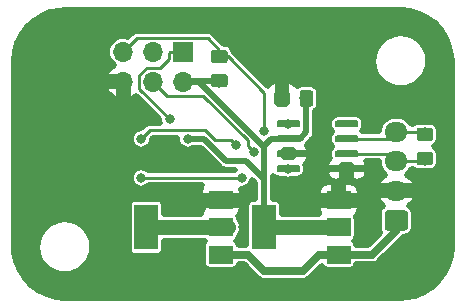
<source format=gbr>
G04 #@! TF.GenerationSoftware,KiCad,Pcbnew,(5.1.2-1)-1*
G04 #@! TF.CreationDate,2020-02-16T12:27:45-05:00*
G04 #@! TF.ProjectId,Delibird,44656c69-6269-4726-942e-6b696361645f,rev?*
G04 #@! TF.SameCoordinates,Original*
G04 #@! TF.FileFunction,Copper,L2,Bot*
G04 #@! TF.FilePolarity,Positive*
%FSLAX46Y46*%
G04 Gerber Fmt 4.6, Leading zero omitted, Abs format (unit mm)*
G04 Created by KiCad (PCBNEW (5.1.2-1)-1) date 2020-02-16 12:27:45*
%MOMM*%
%LPD*%
G04 APERTURE LIST*
%ADD10C,0.100000*%
%ADD11C,1.150000*%
%ADD12O,1.950000X1.700000*%
%ADD13C,1.700000*%
%ADD14R,2.000000X1.500000*%
%ADD15R,2.000000X3.800000*%
%ADD16C,0.600000*%
%ADD17O,1.700000X1.700000*%
%ADD18R,1.700000X1.700000*%
%ADD19C,0.800000*%
%ADD20C,0.508000*%
%ADD21C,1.270000*%
%ADD22C,0.250000*%
%ADD23C,0.635000*%
G04 APERTURE END LIST*
D10*
G36*
X36281505Y-20002204D02*
G01*
X36305773Y-20005804D01*
X36329572Y-20011765D01*
X36352671Y-20020030D01*
X36374850Y-20030520D01*
X36395893Y-20043132D01*
X36415599Y-20057747D01*
X36433777Y-20074223D01*
X36450253Y-20092401D01*
X36464868Y-20112107D01*
X36477480Y-20133150D01*
X36487970Y-20155329D01*
X36496235Y-20178428D01*
X36502196Y-20202227D01*
X36505796Y-20226495D01*
X36507000Y-20250999D01*
X36507000Y-21151001D01*
X36505796Y-21175505D01*
X36502196Y-21199773D01*
X36496235Y-21223572D01*
X36487970Y-21246671D01*
X36477480Y-21268850D01*
X36464868Y-21289893D01*
X36450253Y-21309599D01*
X36433777Y-21327777D01*
X36415599Y-21344253D01*
X36395893Y-21358868D01*
X36374850Y-21371480D01*
X36352671Y-21381970D01*
X36329572Y-21390235D01*
X36305773Y-21396196D01*
X36281505Y-21399796D01*
X36257001Y-21401000D01*
X35606999Y-21401000D01*
X35582495Y-21399796D01*
X35558227Y-21396196D01*
X35534428Y-21390235D01*
X35511329Y-21381970D01*
X35489150Y-21371480D01*
X35468107Y-21358868D01*
X35448401Y-21344253D01*
X35430223Y-21327777D01*
X35413747Y-21309599D01*
X35399132Y-21289893D01*
X35386520Y-21268850D01*
X35376030Y-21246671D01*
X35367765Y-21223572D01*
X35361804Y-21199773D01*
X35358204Y-21175505D01*
X35357000Y-21151001D01*
X35357000Y-20250999D01*
X35358204Y-20226495D01*
X35361804Y-20202227D01*
X35367765Y-20178428D01*
X35376030Y-20155329D01*
X35386520Y-20133150D01*
X35399132Y-20112107D01*
X35413747Y-20092401D01*
X35430223Y-20074223D01*
X35448401Y-20057747D01*
X35468107Y-20043132D01*
X35489150Y-20030520D01*
X35511329Y-20020030D01*
X35534428Y-20011765D01*
X35558227Y-20005804D01*
X35582495Y-20002204D01*
X35606999Y-20001000D01*
X36257001Y-20001000D01*
X36281505Y-20002204D01*
X36281505Y-20002204D01*
G37*
D11*
X35932000Y-20701000D03*
D10*
G36*
X38331505Y-20002204D02*
G01*
X38355773Y-20005804D01*
X38379572Y-20011765D01*
X38402671Y-20020030D01*
X38424850Y-20030520D01*
X38445893Y-20043132D01*
X38465599Y-20057747D01*
X38483777Y-20074223D01*
X38500253Y-20092401D01*
X38514868Y-20112107D01*
X38527480Y-20133150D01*
X38537970Y-20155329D01*
X38546235Y-20178428D01*
X38552196Y-20202227D01*
X38555796Y-20226495D01*
X38557000Y-20250999D01*
X38557000Y-21151001D01*
X38555796Y-21175505D01*
X38552196Y-21199773D01*
X38546235Y-21223572D01*
X38537970Y-21246671D01*
X38527480Y-21268850D01*
X38514868Y-21289893D01*
X38500253Y-21309599D01*
X38483777Y-21327777D01*
X38465599Y-21344253D01*
X38445893Y-21358868D01*
X38424850Y-21371480D01*
X38402671Y-21381970D01*
X38379572Y-21390235D01*
X38355773Y-21396196D01*
X38331505Y-21399796D01*
X38307001Y-21401000D01*
X37656999Y-21401000D01*
X37632495Y-21399796D01*
X37608227Y-21396196D01*
X37584428Y-21390235D01*
X37561329Y-21381970D01*
X37539150Y-21371480D01*
X37518107Y-21358868D01*
X37498401Y-21344253D01*
X37480223Y-21327777D01*
X37463747Y-21309599D01*
X37449132Y-21289893D01*
X37436520Y-21268850D01*
X37426030Y-21246671D01*
X37417765Y-21223572D01*
X37411804Y-21199773D01*
X37408204Y-21175505D01*
X37407000Y-21151001D01*
X37407000Y-20250999D01*
X37408204Y-20226495D01*
X37411804Y-20202227D01*
X37417765Y-20178428D01*
X37426030Y-20155329D01*
X37436520Y-20133150D01*
X37449132Y-20112107D01*
X37463747Y-20092401D01*
X37480223Y-20074223D01*
X37498401Y-20057747D01*
X37518107Y-20043132D01*
X37539150Y-20030520D01*
X37561329Y-20020030D01*
X37584428Y-20011765D01*
X37608227Y-20005804D01*
X37632495Y-20002204D01*
X37656999Y-20001000D01*
X38307001Y-20001000D01*
X38331505Y-20002204D01*
X38331505Y-20002204D01*
G37*
D11*
X37982000Y-20701000D03*
D10*
G36*
X48480505Y-23166204D02*
G01*
X48504773Y-23169804D01*
X48528572Y-23175765D01*
X48551671Y-23184030D01*
X48573850Y-23194520D01*
X48594893Y-23207132D01*
X48614599Y-23221747D01*
X48632777Y-23238223D01*
X48649253Y-23256401D01*
X48663868Y-23276107D01*
X48676480Y-23297150D01*
X48686970Y-23319329D01*
X48695235Y-23342428D01*
X48701196Y-23366227D01*
X48704796Y-23390495D01*
X48706000Y-23414999D01*
X48706000Y-24065001D01*
X48704796Y-24089505D01*
X48701196Y-24113773D01*
X48695235Y-24137572D01*
X48686970Y-24160671D01*
X48676480Y-24182850D01*
X48663868Y-24203893D01*
X48649253Y-24223599D01*
X48632777Y-24241777D01*
X48614599Y-24258253D01*
X48594893Y-24272868D01*
X48573850Y-24285480D01*
X48551671Y-24295970D01*
X48528572Y-24304235D01*
X48504773Y-24310196D01*
X48480505Y-24313796D01*
X48456001Y-24315000D01*
X47555999Y-24315000D01*
X47531495Y-24313796D01*
X47507227Y-24310196D01*
X47483428Y-24304235D01*
X47460329Y-24295970D01*
X47438150Y-24285480D01*
X47417107Y-24272868D01*
X47397401Y-24258253D01*
X47379223Y-24241777D01*
X47362747Y-24223599D01*
X47348132Y-24203893D01*
X47335520Y-24182850D01*
X47325030Y-24160671D01*
X47316765Y-24137572D01*
X47310804Y-24113773D01*
X47307204Y-24089505D01*
X47306000Y-24065001D01*
X47306000Y-23414999D01*
X47307204Y-23390495D01*
X47310804Y-23366227D01*
X47316765Y-23342428D01*
X47325030Y-23319329D01*
X47335520Y-23297150D01*
X47348132Y-23276107D01*
X47362747Y-23256401D01*
X47379223Y-23238223D01*
X47397401Y-23221747D01*
X47417107Y-23207132D01*
X47438150Y-23194520D01*
X47460329Y-23184030D01*
X47483428Y-23175765D01*
X47507227Y-23169804D01*
X47531495Y-23166204D01*
X47555999Y-23165000D01*
X48456001Y-23165000D01*
X48480505Y-23166204D01*
X48480505Y-23166204D01*
G37*
D11*
X48006000Y-23740000D03*
D10*
G36*
X48480505Y-25216204D02*
G01*
X48504773Y-25219804D01*
X48528572Y-25225765D01*
X48551671Y-25234030D01*
X48573850Y-25244520D01*
X48594893Y-25257132D01*
X48614599Y-25271747D01*
X48632777Y-25288223D01*
X48649253Y-25306401D01*
X48663868Y-25326107D01*
X48676480Y-25347150D01*
X48686970Y-25369329D01*
X48695235Y-25392428D01*
X48701196Y-25416227D01*
X48704796Y-25440495D01*
X48706000Y-25464999D01*
X48706000Y-26115001D01*
X48704796Y-26139505D01*
X48701196Y-26163773D01*
X48695235Y-26187572D01*
X48686970Y-26210671D01*
X48676480Y-26232850D01*
X48663868Y-26253893D01*
X48649253Y-26273599D01*
X48632777Y-26291777D01*
X48614599Y-26308253D01*
X48594893Y-26322868D01*
X48573850Y-26335480D01*
X48551671Y-26345970D01*
X48528572Y-26354235D01*
X48504773Y-26360196D01*
X48480505Y-26363796D01*
X48456001Y-26365000D01*
X47555999Y-26365000D01*
X47531495Y-26363796D01*
X47507227Y-26360196D01*
X47483428Y-26354235D01*
X47460329Y-26345970D01*
X47438150Y-26335480D01*
X47417107Y-26322868D01*
X47397401Y-26308253D01*
X47379223Y-26291777D01*
X47362747Y-26273599D01*
X47348132Y-26253893D01*
X47335520Y-26232850D01*
X47325030Y-26210671D01*
X47316765Y-26187572D01*
X47310804Y-26163773D01*
X47307204Y-26139505D01*
X47306000Y-26115001D01*
X47306000Y-25464999D01*
X47307204Y-25440495D01*
X47310804Y-25416227D01*
X47316765Y-25392428D01*
X47325030Y-25369329D01*
X47335520Y-25347150D01*
X47348132Y-25326107D01*
X47362747Y-25306401D01*
X47379223Y-25288223D01*
X47397401Y-25271747D01*
X47417107Y-25257132D01*
X47438150Y-25244520D01*
X47460329Y-25234030D01*
X47483428Y-25225765D01*
X47507227Y-25219804D01*
X47531495Y-25216204D01*
X47555999Y-25215000D01*
X48456001Y-25215000D01*
X48480505Y-25216204D01*
X48480505Y-25216204D01*
G37*
D11*
X48006000Y-25790000D03*
D12*
X45593000Y-23535000D03*
X45593000Y-26035000D03*
X45593000Y-28535000D03*
D10*
G36*
X46342504Y-30186204D02*
G01*
X46366773Y-30189804D01*
X46390571Y-30195765D01*
X46413671Y-30204030D01*
X46435849Y-30214520D01*
X46456893Y-30227133D01*
X46476598Y-30241747D01*
X46494777Y-30258223D01*
X46511253Y-30276402D01*
X46525867Y-30296107D01*
X46538480Y-30317151D01*
X46548970Y-30339329D01*
X46557235Y-30362429D01*
X46563196Y-30386227D01*
X46566796Y-30410496D01*
X46568000Y-30435000D01*
X46568000Y-31635000D01*
X46566796Y-31659504D01*
X46563196Y-31683773D01*
X46557235Y-31707571D01*
X46548970Y-31730671D01*
X46538480Y-31752849D01*
X46525867Y-31773893D01*
X46511253Y-31793598D01*
X46494777Y-31811777D01*
X46476598Y-31828253D01*
X46456893Y-31842867D01*
X46435849Y-31855480D01*
X46413671Y-31865970D01*
X46390571Y-31874235D01*
X46366773Y-31880196D01*
X46342504Y-31883796D01*
X46318000Y-31885000D01*
X44868000Y-31885000D01*
X44843496Y-31883796D01*
X44819227Y-31880196D01*
X44795429Y-31874235D01*
X44772329Y-31865970D01*
X44750151Y-31855480D01*
X44729107Y-31842867D01*
X44709402Y-31828253D01*
X44691223Y-31811777D01*
X44674747Y-31793598D01*
X44660133Y-31773893D01*
X44647520Y-31752849D01*
X44637030Y-31730671D01*
X44628765Y-31707571D01*
X44622804Y-31683773D01*
X44619204Y-31659504D01*
X44618000Y-31635000D01*
X44618000Y-30435000D01*
X44619204Y-30410496D01*
X44622804Y-30386227D01*
X44628765Y-30362429D01*
X44637030Y-30339329D01*
X44647520Y-30317151D01*
X44660133Y-30296107D01*
X44674747Y-30276402D01*
X44691223Y-30258223D01*
X44709402Y-30241747D01*
X44729107Y-30227133D01*
X44750151Y-30214520D01*
X44772329Y-30204030D01*
X44795429Y-30195765D01*
X44819227Y-30189804D01*
X44843496Y-30186204D01*
X44868000Y-30185000D01*
X46318000Y-30185000D01*
X46342504Y-30186204D01*
X46342504Y-30186204D01*
G37*
D13*
X45593000Y-31035000D03*
D14*
X40717000Y-29323000D03*
X40717000Y-33923000D03*
X40717000Y-31623000D03*
D15*
X34417000Y-31623000D03*
D10*
G36*
X42241703Y-26370722D02*
G01*
X42256264Y-26372882D01*
X42270543Y-26376459D01*
X42284403Y-26381418D01*
X42297710Y-26387712D01*
X42310336Y-26395280D01*
X42322159Y-26404048D01*
X42333066Y-26413934D01*
X42342952Y-26424841D01*
X42351720Y-26436664D01*
X42359288Y-26449290D01*
X42365582Y-26462597D01*
X42370541Y-26476457D01*
X42374118Y-26490736D01*
X42376278Y-26505297D01*
X42377000Y-26520000D01*
X42377000Y-26820000D01*
X42376278Y-26834703D01*
X42374118Y-26849264D01*
X42370541Y-26863543D01*
X42365582Y-26877403D01*
X42359288Y-26890710D01*
X42351720Y-26903336D01*
X42342952Y-26915159D01*
X42333066Y-26926066D01*
X42322159Y-26935952D01*
X42310336Y-26944720D01*
X42297710Y-26952288D01*
X42284403Y-26958582D01*
X42270543Y-26963541D01*
X42256264Y-26967118D01*
X42241703Y-26969278D01*
X42227000Y-26970000D01*
X40577000Y-26970000D01*
X40562297Y-26969278D01*
X40547736Y-26967118D01*
X40533457Y-26963541D01*
X40519597Y-26958582D01*
X40506290Y-26952288D01*
X40493664Y-26944720D01*
X40481841Y-26935952D01*
X40470934Y-26926066D01*
X40461048Y-26915159D01*
X40452280Y-26903336D01*
X40444712Y-26890710D01*
X40438418Y-26877403D01*
X40433459Y-26863543D01*
X40429882Y-26849264D01*
X40427722Y-26834703D01*
X40427000Y-26820000D01*
X40427000Y-26520000D01*
X40427722Y-26505297D01*
X40429882Y-26490736D01*
X40433459Y-26476457D01*
X40438418Y-26462597D01*
X40444712Y-26449290D01*
X40452280Y-26436664D01*
X40461048Y-26424841D01*
X40470934Y-26413934D01*
X40481841Y-26404048D01*
X40493664Y-26395280D01*
X40506290Y-26387712D01*
X40519597Y-26381418D01*
X40533457Y-26376459D01*
X40547736Y-26372882D01*
X40562297Y-26370722D01*
X40577000Y-26370000D01*
X42227000Y-26370000D01*
X42241703Y-26370722D01*
X42241703Y-26370722D01*
G37*
D16*
X41402000Y-26670000D03*
D10*
G36*
X42241703Y-25100722D02*
G01*
X42256264Y-25102882D01*
X42270543Y-25106459D01*
X42284403Y-25111418D01*
X42297710Y-25117712D01*
X42310336Y-25125280D01*
X42322159Y-25134048D01*
X42333066Y-25143934D01*
X42342952Y-25154841D01*
X42351720Y-25166664D01*
X42359288Y-25179290D01*
X42365582Y-25192597D01*
X42370541Y-25206457D01*
X42374118Y-25220736D01*
X42376278Y-25235297D01*
X42377000Y-25250000D01*
X42377000Y-25550000D01*
X42376278Y-25564703D01*
X42374118Y-25579264D01*
X42370541Y-25593543D01*
X42365582Y-25607403D01*
X42359288Y-25620710D01*
X42351720Y-25633336D01*
X42342952Y-25645159D01*
X42333066Y-25656066D01*
X42322159Y-25665952D01*
X42310336Y-25674720D01*
X42297710Y-25682288D01*
X42284403Y-25688582D01*
X42270543Y-25693541D01*
X42256264Y-25697118D01*
X42241703Y-25699278D01*
X42227000Y-25700000D01*
X40577000Y-25700000D01*
X40562297Y-25699278D01*
X40547736Y-25697118D01*
X40533457Y-25693541D01*
X40519597Y-25688582D01*
X40506290Y-25682288D01*
X40493664Y-25674720D01*
X40481841Y-25665952D01*
X40470934Y-25656066D01*
X40461048Y-25645159D01*
X40452280Y-25633336D01*
X40444712Y-25620710D01*
X40438418Y-25607403D01*
X40433459Y-25593543D01*
X40429882Y-25579264D01*
X40427722Y-25564703D01*
X40427000Y-25550000D01*
X40427000Y-25250000D01*
X40427722Y-25235297D01*
X40429882Y-25220736D01*
X40433459Y-25206457D01*
X40438418Y-25192597D01*
X40444712Y-25179290D01*
X40452280Y-25166664D01*
X40461048Y-25154841D01*
X40470934Y-25143934D01*
X40481841Y-25134048D01*
X40493664Y-25125280D01*
X40506290Y-25117712D01*
X40519597Y-25111418D01*
X40533457Y-25106459D01*
X40547736Y-25102882D01*
X40562297Y-25100722D01*
X40577000Y-25100000D01*
X42227000Y-25100000D01*
X42241703Y-25100722D01*
X42241703Y-25100722D01*
G37*
D16*
X41402000Y-25400000D03*
D10*
G36*
X42241703Y-23830722D02*
G01*
X42256264Y-23832882D01*
X42270543Y-23836459D01*
X42284403Y-23841418D01*
X42297710Y-23847712D01*
X42310336Y-23855280D01*
X42322159Y-23864048D01*
X42333066Y-23873934D01*
X42342952Y-23884841D01*
X42351720Y-23896664D01*
X42359288Y-23909290D01*
X42365582Y-23922597D01*
X42370541Y-23936457D01*
X42374118Y-23950736D01*
X42376278Y-23965297D01*
X42377000Y-23980000D01*
X42377000Y-24280000D01*
X42376278Y-24294703D01*
X42374118Y-24309264D01*
X42370541Y-24323543D01*
X42365582Y-24337403D01*
X42359288Y-24350710D01*
X42351720Y-24363336D01*
X42342952Y-24375159D01*
X42333066Y-24386066D01*
X42322159Y-24395952D01*
X42310336Y-24404720D01*
X42297710Y-24412288D01*
X42284403Y-24418582D01*
X42270543Y-24423541D01*
X42256264Y-24427118D01*
X42241703Y-24429278D01*
X42227000Y-24430000D01*
X40577000Y-24430000D01*
X40562297Y-24429278D01*
X40547736Y-24427118D01*
X40533457Y-24423541D01*
X40519597Y-24418582D01*
X40506290Y-24412288D01*
X40493664Y-24404720D01*
X40481841Y-24395952D01*
X40470934Y-24386066D01*
X40461048Y-24375159D01*
X40452280Y-24363336D01*
X40444712Y-24350710D01*
X40438418Y-24337403D01*
X40433459Y-24323543D01*
X40429882Y-24309264D01*
X40427722Y-24294703D01*
X40427000Y-24280000D01*
X40427000Y-23980000D01*
X40427722Y-23965297D01*
X40429882Y-23950736D01*
X40433459Y-23936457D01*
X40438418Y-23922597D01*
X40444712Y-23909290D01*
X40452280Y-23896664D01*
X40461048Y-23884841D01*
X40470934Y-23873934D01*
X40481841Y-23864048D01*
X40493664Y-23855280D01*
X40506290Y-23847712D01*
X40519597Y-23841418D01*
X40533457Y-23836459D01*
X40547736Y-23832882D01*
X40562297Y-23830722D01*
X40577000Y-23830000D01*
X42227000Y-23830000D01*
X42241703Y-23830722D01*
X42241703Y-23830722D01*
G37*
D16*
X41402000Y-24130000D03*
D10*
G36*
X42241703Y-22560722D02*
G01*
X42256264Y-22562882D01*
X42270543Y-22566459D01*
X42284403Y-22571418D01*
X42297710Y-22577712D01*
X42310336Y-22585280D01*
X42322159Y-22594048D01*
X42333066Y-22603934D01*
X42342952Y-22614841D01*
X42351720Y-22626664D01*
X42359288Y-22639290D01*
X42365582Y-22652597D01*
X42370541Y-22666457D01*
X42374118Y-22680736D01*
X42376278Y-22695297D01*
X42377000Y-22710000D01*
X42377000Y-23010000D01*
X42376278Y-23024703D01*
X42374118Y-23039264D01*
X42370541Y-23053543D01*
X42365582Y-23067403D01*
X42359288Y-23080710D01*
X42351720Y-23093336D01*
X42342952Y-23105159D01*
X42333066Y-23116066D01*
X42322159Y-23125952D01*
X42310336Y-23134720D01*
X42297710Y-23142288D01*
X42284403Y-23148582D01*
X42270543Y-23153541D01*
X42256264Y-23157118D01*
X42241703Y-23159278D01*
X42227000Y-23160000D01*
X40577000Y-23160000D01*
X40562297Y-23159278D01*
X40547736Y-23157118D01*
X40533457Y-23153541D01*
X40519597Y-23148582D01*
X40506290Y-23142288D01*
X40493664Y-23134720D01*
X40481841Y-23125952D01*
X40470934Y-23116066D01*
X40461048Y-23105159D01*
X40452280Y-23093336D01*
X40444712Y-23080710D01*
X40438418Y-23067403D01*
X40433459Y-23053543D01*
X40429882Y-23039264D01*
X40427722Y-23024703D01*
X40427000Y-23010000D01*
X40427000Y-22710000D01*
X40427722Y-22695297D01*
X40429882Y-22680736D01*
X40433459Y-22666457D01*
X40438418Y-22652597D01*
X40444712Y-22639290D01*
X40452280Y-22626664D01*
X40461048Y-22614841D01*
X40470934Y-22603934D01*
X40481841Y-22594048D01*
X40493664Y-22585280D01*
X40506290Y-22577712D01*
X40519597Y-22571418D01*
X40533457Y-22566459D01*
X40547736Y-22562882D01*
X40562297Y-22560722D01*
X40577000Y-22560000D01*
X42227000Y-22560000D01*
X42241703Y-22560722D01*
X42241703Y-22560722D01*
G37*
D16*
X41402000Y-22860000D03*
D10*
G36*
X37291703Y-22560722D02*
G01*
X37306264Y-22562882D01*
X37320543Y-22566459D01*
X37334403Y-22571418D01*
X37347710Y-22577712D01*
X37360336Y-22585280D01*
X37372159Y-22594048D01*
X37383066Y-22603934D01*
X37392952Y-22614841D01*
X37401720Y-22626664D01*
X37409288Y-22639290D01*
X37415582Y-22652597D01*
X37420541Y-22666457D01*
X37424118Y-22680736D01*
X37426278Y-22695297D01*
X37427000Y-22710000D01*
X37427000Y-23010000D01*
X37426278Y-23024703D01*
X37424118Y-23039264D01*
X37420541Y-23053543D01*
X37415582Y-23067403D01*
X37409288Y-23080710D01*
X37401720Y-23093336D01*
X37392952Y-23105159D01*
X37383066Y-23116066D01*
X37372159Y-23125952D01*
X37360336Y-23134720D01*
X37347710Y-23142288D01*
X37334403Y-23148582D01*
X37320543Y-23153541D01*
X37306264Y-23157118D01*
X37291703Y-23159278D01*
X37277000Y-23160000D01*
X35627000Y-23160000D01*
X35612297Y-23159278D01*
X35597736Y-23157118D01*
X35583457Y-23153541D01*
X35569597Y-23148582D01*
X35556290Y-23142288D01*
X35543664Y-23134720D01*
X35531841Y-23125952D01*
X35520934Y-23116066D01*
X35511048Y-23105159D01*
X35502280Y-23093336D01*
X35494712Y-23080710D01*
X35488418Y-23067403D01*
X35483459Y-23053543D01*
X35479882Y-23039264D01*
X35477722Y-23024703D01*
X35477000Y-23010000D01*
X35477000Y-22710000D01*
X35477722Y-22695297D01*
X35479882Y-22680736D01*
X35483459Y-22666457D01*
X35488418Y-22652597D01*
X35494712Y-22639290D01*
X35502280Y-22626664D01*
X35511048Y-22614841D01*
X35520934Y-22603934D01*
X35531841Y-22594048D01*
X35543664Y-22585280D01*
X35556290Y-22577712D01*
X35569597Y-22571418D01*
X35583457Y-22566459D01*
X35597736Y-22562882D01*
X35612297Y-22560722D01*
X35627000Y-22560000D01*
X37277000Y-22560000D01*
X37291703Y-22560722D01*
X37291703Y-22560722D01*
G37*
D16*
X36452000Y-22860000D03*
D10*
G36*
X37291703Y-23830722D02*
G01*
X37306264Y-23832882D01*
X37320543Y-23836459D01*
X37334403Y-23841418D01*
X37347710Y-23847712D01*
X37360336Y-23855280D01*
X37372159Y-23864048D01*
X37383066Y-23873934D01*
X37392952Y-23884841D01*
X37401720Y-23896664D01*
X37409288Y-23909290D01*
X37415582Y-23922597D01*
X37420541Y-23936457D01*
X37424118Y-23950736D01*
X37426278Y-23965297D01*
X37427000Y-23980000D01*
X37427000Y-24280000D01*
X37426278Y-24294703D01*
X37424118Y-24309264D01*
X37420541Y-24323543D01*
X37415582Y-24337403D01*
X37409288Y-24350710D01*
X37401720Y-24363336D01*
X37392952Y-24375159D01*
X37383066Y-24386066D01*
X37372159Y-24395952D01*
X37360336Y-24404720D01*
X37347710Y-24412288D01*
X37334403Y-24418582D01*
X37320543Y-24423541D01*
X37306264Y-24427118D01*
X37291703Y-24429278D01*
X37277000Y-24430000D01*
X35627000Y-24430000D01*
X35612297Y-24429278D01*
X35597736Y-24427118D01*
X35583457Y-24423541D01*
X35569597Y-24418582D01*
X35556290Y-24412288D01*
X35543664Y-24404720D01*
X35531841Y-24395952D01*
X35520934Y-24386066D01*
X35511048Y-24375159D01*
X35502280Y-24363336D01*
X35494712Y-24350710D01*
X35488418Y-24337403D01*
X35483459Y-24323543D01*
X35479882Y-24309264D01*
X35477722Y-24294703D01*
X35477000Y-24280000D01*
X35477000Y-23980000D01*
X35477722Y-23965297D01*
X35479882Y-23950736D01*
X35483459Y-23936457D01*
X35488418Y-23922597D01*
X35494712Y-23909290D01*
X35502280Y-23896664D01*
X35511048Y-23884841D01*
X35520934Y-23873934D01*
X35531841Y-23864048D01*
X35543664Y-23855280D01*
X35556290Y-23847712D01*
X35569597Y-23841418D01*
X35583457Y-23836459D01*
X35597736Y-23832882D01*
X35612297Y-23830722D01*
X35627000Y-23830000D01*
X37277000Y-23830000D01*
X37291703Y-23830722D01*
X37291703Y-23830722D01*
G37*
D16*
X36452000Y-24130000D03*
D10*
G36*
X37291703Y-25100722D02*
G01*
X37306264Y-25102882D01*
X37320543Y-25106459D01*
X37334403Y-25111418D01*
X37347710Y-25117712D01*
X37360336Y-25125280D01*
X37372159Y-25134048D01*
X37383066Y-25143934D01*
X37392952Y-25154841D01*
X37401720Y-25166664D01*
X37409288Y-25179290D01*
X37415582Y-25192597D01*
X37420541Y-25206457D01*
X37424118Y-25220736D01*
X37426278Y-25235297D01*
X37427000Y-25250000D01*
X37427000Y-25550000D01*
X37426278Y-25564703D01*
X37424118Y-25579264D01*
X37420541Y-25593543D01*
X37415582Y-25607403D01*
X37409288Y-25620710D01*
X37401720Y-25633336D01*
X37392952Y-25645159D01*
X37383066Y-25656066D01*
X37372159Y-25665952D01*
X37360336Y-25674720D01*
X37347710Y-25682288D01*
X37334403Y-25688582D01*
X37320543Y-25693541D01*
X37306264Y-25697118D01*
X37291703Y-25699278D01*
X37277000Y-25700000D01*
X35627000Y-25700000D01*
X35612297Y-25699278D01*
X35597736Y-25697118D01*
X35583457Y-25693541D01*
X35569597Y-25688582D01*
X35556290Y-25682288D01*
X35543664Y-25674720D01*
X35531841Y-25665952D01*
X35520934Y-25656066D01*
X35511048Y-25645159D01*
X35502280Y-25633336D01*
X35494712Y-25620710D01*
X35488418Y-25607403D01*
X35483459Y-25593543D01*
X35479882Y-25579264D01*
X35477722Y-25564703D01*
X35477000Y-25550000D01*
X35477000Y-25250000D01*
X35477722Y-25235297D01*
X35479882Y-25220736D01*
X35483459Y-25206457D01*
X35488418Y-25192597D01*
X35494712Y-25179290D01*
X35502280Y-25166664D01*
X35511048Y-25154841D01*
X35520934Y-25143934D01*
X35531841Y-25134048D01*
X35543664Y-25125280D01*
X35556290Y-25117712D01*
X35569597Y-25111418D01*
X35583457Y-25106459D01*
X35597736Y-25102882D01*
X35612297Y-25100722D01*
X35627000Y-25100000D01*
X37277000Y-25100000D01*
X37291703Y-25100722D01*
X37291703Y-25100722D01*
G37*
D16*
X36452000Y-25400000D03*
D10*
G36*
X37291703Y-26370722D02*
G01*
X37306264Y-26372882D01*
X37320543Y-26376459D01*
X37334403Y-26381418D01*
X37347710Y-26387712D01*
X37360336Y-26395280D01*
X37372159Y-26404048D01*
X37383066Y-26413934D01*
X37392952Y-26424841D01*
X37401720Y-26436664D01*
X37409288Y-26449290D01*
X37415582Y-26462597D01*
X37420541Y-26476457D01*
X37424118Y-26490736D01*
X37426278Y-26505297D01*
X37427000Y-26520000D01*
X37427000Y-26820000D01*
X37426278Y-26834703D01*
X37424118Y-26849264D01*
X37420541Y-26863543D01*
X37415582Y-26877403D01*
X37409288Y-26890710D01*
X37401720Y-26903336D01*
X37392952Y-26915159D01*
X37383066Y-26926066D01*
X37372159Y-26935952D01*
X37360336Y-26944720D01*
X37347710Y-26952288D01*
X37334403Y-26958582D01*
X37320543Y-26963541D01*
X37306264Y-26967118D01*
X37291703Y-26969278D01*
X37277000Y-26970000D01*
X35627000Y-26970000D01*
X35612297Y-26969278D01*
X35597736Y-26967118D01*
X35583457Y-26963541D01*
X35569597Y-26958582D01*
X35556290Y-26952288D01*
X35543664Y-26944720D01*
X35531841Y-26935952D01*
X35520934Y-26926066D01*
X35511048Y-26915159D01*
X35502280Y-26903336D01*
X35494712Y-26890710D01*
X35488418Y-26877403D01*
X35483459Y-26863543D01*
X35479882Y-26849264D01*
X35477722Y-26834703D01*
X35477000Y-26820000D01*
X35477000Y-26520000D01*
X35477722Y-26505297D01*
X35479882Y-26490736D01*
X35483459Y-26476457D01*
X35488418Y-26462597D01*
X35494712Y-26449290D01*
X35502280Y-26436664D01*
X35511048Y-26424841D01*
X35520934Y-26413934D01*
X35531841Y-26404048D01*
X35543664Y-26395280D01*
X35556290Y-26387712D01*
X35569597Y-26381418D01*
X35583457Y-26376459D01*
X35597736Y-26372882D01*
X35612297Y-26370722D01*
X35627000Y-26370000D01*
X37277000Y-26370000D01*
X37291703Y-26370722D01*
X37291703Y-26370722D01*
G37*
D16*
X36452000Y-26670000D03*
D10*
G36*
X31081505Y-16571204D02*
G01*
X31105773Y-16574804D01*
X31129572Y-16580765D01*
X31152671Y-16589030D01*
X31174850Y-16599520D01*
X31195893Y-16612132D01*
X31215599Y-16626747D01*
X31233777Y-16643223D01*
X31250253Y-16661401D01*
X31264868Y-16681107D01*
X31277480Y-16702150D01*
X31287970Y-16724329D01*
X31296235Y-16747428D01*
X31302196Y-16771227D01*
X31305796Y-16795495D01*
X31307000Y-16819999D01*
X31307000Y-17470001D01*
X31305796Y-17494505D01*
X31302196Y-17518773D01*
X31296235Y-17542572D01*
X31287970Y-17565671D01*
X31277480Y-17587850D01*
X31264868Y-17608893D01*
X31250253Y-17628599D01*
X31233777Y-17646777D01*
X31215599Y-17663253D01*
X31195893Y-17677868D01*
X31174850Y-17690480D01*
X31152671Y-17700970D01*
X31129572Y-17709235D01*
X31105773Y-17715196D01*
X31081505Y-17718796D01*
X31057001Y-17720000D01*
X30156999Y-17720000D01*
X30132495Y-17718796D01*
X30108227Y-17715196D01*
X30084428Y-17709235D01*
X30061329Y-17700970D01*
X30039150Y-17690480D01*
X30018107Y-17677868D01*
X29998401Y-17663253D01*
X29980223Y-17646777D01*
X29963747Y-17628599D01*
X29949132Y-17608893D01*
X29936520Y-17587850D01*
X29926030Y-17565671D01*
X29917765Y-17542572D01*
X29911804Y-17518773D01*
X29908204Y-17494505D01*
X29907000Y-17470001D01*
X29907000Y-16819999D01*
X29908204Y-16795495D01*
X29911804Y-16771227D01*
X29917765Y-16747428D01*
X29926030Y-16724329D01*
X29936520Y-16702150D01*
X29949132Y-16681107D01*
X29963747Y-16661401D01*
X29980223Y-16643223D01*
X29998401Y-16626747D01*
X30018107Y-16612132D01*
X30039150Y-16599520D01*
X30061329Y-16589030D01*
X30084428Y-16580765D01*
X30108227Y-16574804D01*
X30132495Y-16571204D01*
X30156999Y-16570000D01*
X31057001Y-16570000D01*
X31081505Y-16571204D01*
X31081505Y-16571204D01*
G37*
D11*
X30607000Y-17145000D03*
D10*
G36*
X31081505Y-18621204D02*
G01*
X31105773Y-18624804D01*
X31129572Y-18630765D01*
X31152671Y-18639030D01*
X31174850Y-18649520D01*
X31195893Y-18662132D01*
X31215599Y-18676747D01*
X31233777Y-18693223D01*
X31250253Y-18711401D01*
X31264868Y-18731107D01*
X31277480Y-18752150D01*
X31287970Y-18774329D01*
X31296235Y-18797428D01*
X31302196Y-18821227D01*
X31305796Y-18845495D01*
X31307000Y-18869999D01*
X31307000Y-19520001D01*
X31305796Y-19544505D01*
X31302196Y-19568773D01*
X31296235Y-19592572D01*
X31287970Y-19615671D01*
X31277480Y-19637850D01*
X31264868Y-19658893D01*
X31250253Y-19678599D01*
X31233777Y-19696777D01*
X31215599Y-19713253D01*
X31195893Y-19727868D01*
X31174850Y-19740480D01*
X31152671Y-19750970D01*
X31129572Y-19759235D01*
X31105773Y-19765196D01*
X31081505Y-19768796D01*
X31057001Y-19770000D01*
X30156999Y-19770000D01*
X30132495Y-19768796D01*
X30108227Y-19765196D01*
X30084428Y-19759235D01*
X30061329Y-19750970D01*
X30039150Y-19740480D01*
X30018107Y-19727868D01*
X29998401Y-19713253D01*
X29980223Y-19696777D01*
X29963747Y-19678599D01*
X29949132Y-19658893D01*
X29936520Y-19637850D01*
X29926030Y-19615671D01*
X29917765Y-19592572D01*
X29911804Y-19568773D01*
X29908204Y-19544505D01*
X29907000Y-19520001D01*
X29907000Y-18869999D01*
X29908204Y-18845495D01*
X29911804Y-18821227D01*
X29917765Y-18797428D01*
X29926030Y-18774329D01*
X29936520Y-18752150D01*
X29949132Y-18731107D01*
X29963747Y-18711401D01*
X29980223Y-18693223D01*
X29998401Y-18676747D01*
X30018107Y-18662132D01*
X30039150Y-18649520D01*
X30061329Y-18639030D01*
X30084428Y-18630765D01*
X30108227Y-18624804D01*
X30132495Y-18621204D01*
X30156999Y-18620000D01*
X31057001Y-18620000D01*
X31081505Y-18621204D01*
X31081505Y-18621204D01*
G37*
D11*
X30607000Y-19195000D03*
D17*
X22479000Y-19304000D03*
X22479000Y-16764000D03*
X25019000Y-19304000D03*
X25019000Y-16764000D03*
X27559000Y-19304000D03*
D18*
X27559000Y-16764000D03*
D14*
X30734000Y-29323000D03*
X30734000Y-33923000D03*
X30734000Y-31623000D03*
D15*
X24434000Y-31623000D03*
D19*
X41402000Y-20193000D03*
X40767000Y-29337000D03*
X36449000Y-25400000D03*
X27940000Y-26162000D03*
X32639000Y-31623000D03*
X43180000Y-32512000D03*
X43561000Y-22860000D03*
X15240000Y-15240000D03*
X15240000Y-20320000D03*
X15240000Y-25400000D03*
X15240000Y-30480000D03*
X20320000Y-35560000D03*
X20320000Y-30480000D03*
X20320000Y-25400000D03*
X20320000Y-20320000D03*
X20320000Y-15240000D03*
X30480000Y-15240000D03*
X35560000Y-15240000D03*
X40640000Y-15240000D03*
X25400000Y-25400000D03*
X25400000Y-35560000D03*
X30480000Y-35560000D03*
X40640000Y-35560000D03*
X45720000Y-35560000D03*
X29083000Y-30099000D03*
X28321000Y-29210000D03*
X27432000Y-28321000D03*
X40767000Y-31623000D03*
X38100000Y-31623000D03*
X34671000Y-31623000D03*
X27940000Y-24130000D03*
X24130000Y-30734000D03*
X24130000Y-32766000D03*
X30734000Y-31623000D03*
X34417000Y-23495000D03*
X33528000Y-25273000D03*
X26416000Y-22479000D03*
X36449000Y-22860000D03*
X36449000Y-26670000D03*
X24003000Y-27432000D03*
X32512000Y-27432000D03*
X24003000Y-24130000D03*
X32004000Y-24638000D03*
D20*
X27940000Y-24130000D02*
X29332000Y-24130000D01*
X29332000Y-24130000D02*
X31202001Y-26000001D01*
X31202001Y-26000001D02*
X32864079Y-26000001D01*
X34417000Y-27552922D02*
X34417000Y-31623000D01*
X32864079Y-26000001D02*
X34417000Y-27552922D01*
X27668000Y-19195000D02*
X27559000Y-19304000D01*
X30607000Y-19195000D02*
X27668000Y-19195000D01*
X34417000Y-25025078D02*
X34417000Y-29215000D01*
X28885843Y-19304000D02*
X27559000Y-19304000D01*
X34417000Y-24835157D02*
X28885843Y-19304000D01*
X34417000Y-25190000D02*
X34417000Y-24835157D01*
X34417000Y-29215000D02*
X34417000Y-31623000D01*
D21*
X40767000Y-31623000D02*
X34417000Y-31623000D01*
D20*
X34417000Y-24701080D02*
X34417000Y-29215000D01*
X36452000Y-24130000D02*
X34988080Y-24130000D01*
X34988080Y-24130000D02*
X34417000Y-24701080D01*
X37982000Y-23575000D02*
X37427000Y-24130000D01*
X37427000Y-24130000D02*
X36452000Y-24130000D01*
X37982000Y-20701000D02*
X37982000Y-23575000D01*
D22*
X44958000Y-25400000D02*
X45593000Y-26035000D01*
X41402000Y-25400000D02*
X44958000Y-25400000D01*
X47761000Y-26035000D02*
X48006000Y-25790000D01*
X45593000Y-26035000D02*
X47761000Y-26035000D01*
X44998000Y-24130000D02*
X45593000Y-23535000D01*
X41402000Y-24130000D02*
X44998000Y-24130000D01*
X47801000Y-23535000D02*
X48006000Y-23740000D01*
X45593000Y-23535000D02*
X47801000Y-23535000D01*
D23*
X42352000Y-33923000D02*
X40717000Y-33923000D01*
X45593000Y-31885000D02*
X43555000Y-33923000D01*
X43555000Y-33923000D02*
X42352000Y-33923000D01*
X45593000Y-31035000D02*
X45593000Y-31885000D01*
X33004000Y-33923000D02*
X31369000Y-33923000D01*
X34389000Y-35308000D02*
X33004000Y-33923000D01*
X37697000Y-35308000D02*
X34389000Y-35308000D01*
X39082000Y-33923000D02*
X37697000Y-35308000D01*
X40717000Y-33923000D02*
X39082000Y-33923000D01*
D21*
X31369000Y-31623000D02*
X25069000Y-31623000D01*
D22*
X23328999Y-15914001D02*
X22479000Y-16764000D01*
X23654001Y-15588999D02*
X23328999Y-15914001D01*
X29625999Y-15588999D02*
X23654001Y-15588999D01*
X30607000Y-16570000D02*
X29625999Y-15588999D01*
X30607000Y-17145000D02*
X30607000Y-16570000D01*
X30607000Y-17145000D02*
X31307000Y-17145000D01*
X34417000Y-23495000D02*
X34417000Y-23495000D01*
X31307000Y-17145000D02*
X34417000Y-20255000D01*
X34417000Y-20255000D02*
X34417000Y-23495000D01*
X33001001Y-24746001D02*
X33528000Y-25273000D01*
X33001001Y-24238000D02*
X33001001Y-24746001D01*
X29242002Y-20479001D02*
X33001001Y-24238000D01*
X26194001Y-20479001D02*
X29242002Y-20479001D01*
X25019000Y-19304000D02*
X26194001Y-20479001D01*
X25583001Y-18128999D02*
X24454999Y-18128999D01*
X26383999Y-17328001D02*
X25583001Y-18128999D01*
X24454999Y-18128999D02*
X23843999Y-18739999D01*
X26383999Y-16839001D02*
X26383999Y-17328001D01*
X26459000Y-16764000D02*
X26383999Y-16839001D01*
X27559000Y-16764000D02*
X26459000Y-16764000D01*
X23843999Y-19906999D02*
X26416000Y-22479000D01*
X23843999Y-18739999D02*
X23843999Y-19906999D01*
X32512000Y-27432000D02*
X24003000Y-27432000D01*
X29425839Y-23404999D02*
X24728001Y-23404999D01*
X24728001Y-23404999D02*
X24003000Y-24130000D01*
X30258841Y-24238001D02*
X29425839Y-23404999D01*
X31604001Y-24238001D02*
X30258841Y-24238001D01*
X32004000Y-24638000D02*
X31604001Y-24238001D01*
D20*
G36*
X46755926Y-13307094D02*
G01*
X47511670Y-13520236D01*
X48215914Y-13867531D01*
X48845073Y-14337346D01*
X49378086Y-14913956D01*
X49797091Y-15578039D01*
X50088059Y-16307357D01*
X50243305Y-17087828D01*
X50267001Y-17539984D01*
X50267000Y-33249564D01*
X50192906Y-34055926D01*
X49979763Y-34811672D01*
X49632469Y-35515914D01*
X49162651Y-36145076D01*
X48586045Y-36678086D01*
X47921965Y-37097088D01*
X47192644Y-37388059D01*
X46412172Y-37543305D01*
X45960034Y-37567000D01*
X17550436Y-37567000D01*
X16744074Y-37492906D01*
X15988328Y-37279763D01*
X15284086Y-36932469D01*
X14654924Y-36462651D01*
X14121914Y-35886045D01*
X13702912Y-35221965D01*
X13411941Y-34492644D01*
X13256695Y-33712172D01*
X13235438Y-33306546D01*
X15195227Y-33306546D01*
X15245938Y-33758642D01*
X15383496Y-34192279D01*
X15602660Y-34590938D01*
X15895085Y-34939436D01*
X16249630Y-35224498D01*
X16652792Y-35435266D01*
X17089214Y-35563712D01*
X17542273Y-35604943D01*
X17994713Y-35557390D01*
X18429299Y-35422863D01*
X18829479Y-35206487D01*
X19180009Y-34916502D01*
X19467539Y-34563956D01*
X19681117Y-34162275D01*
X19812606Y-33726760D01*
X19857000Y-33274000D01*
X19856091Y-33208915D01*
X19799073Y-32757570D01*
X19655474Y-32325897D01*
X19430765Y-31930336D01*
X19133503Y-31585955D01*
X18775012Y-31305872D01*
X18368947Y-31100753D01*
X17930774Y-30978413D01*
X17477183Y-30943511D01*
X17025452Y-30997377D01*
X16592786Y-31137958D01*
X16195667Y-31359901D01*
X15849219Y-31654751D01*
X15566639Y-32011278D01*
X15358691Y-32415902D01*
X15233295Y-32853210D01*
X15195227Y-33306546D01*
X13235438Y-33306546D01*
X13233000Y-33260034D01*
X13233000Y-19925339D01*
X20991544Y-19925339D01*
X21141342Y-20203588D01*
X21342546Y-20447267D01*
X21587423Y-20647011D01*
X21857663Y-20791442D01*
X22098000Y-20673489D01*
X22098000Y-19685000D01*
X21103158Y-19685000D01*
X20991544Y-19925339D01*
X13233000Y-19925339D01*
X13233000Y-18682661D01*
X20991544Y-18682661D01*
X21103158Y-18923000D01*
X22098000Y-18923000D01*
X22098000Y-18903000D01*
X22860000Y-18903000D01*
X22860000Y-18923000D01*
X22880000Y-18923000D01*
X22880000Y-19685000D01*
X22860000Y-19685000D01*
X22860000Y-20673489D01*
X23100337Y-20791442D01*
X23370577Y-20647011D01*
X23545847Y-20504044D01*
X25508000Y-22466197D01*
X25508000Y-22568430D01*
X25542894Y-22743854D01*
X25554552Y-22771999D01*
X24759086Y-22771999D01*
X24728000Y-22768937D01*
X24696914Y-22771999D01*
X24696913Y-22771999D01*
X24603911Y-22781159D01*
X24484591Y-22817354D01*
X24374624Y-22876133D01*
X24278237Y-22955235D01*
X24258417Y-22979386D01*
X24015803Y-23222000D01*
X23913570Y-23222000D01*
X23738146Y-23256894D01*
X23572901Y-23325341D01*
X23424184Y-23424711D01*
X23297711Y-23551184D01*
X23198341Y-23699901D01*
X23129894Y-23865146D01*
X23095000Y-24040570D01*
X23095000Y-24219430D01*
X23129894Y-24394854D01*
X23198341Y-24560099D01*
X23297711Y-24708816D01*
X23424184Y-24835289D01*
X23572901Y-24934659D01*
X23738146Y-25003106D01*
X23913570Y-25038000D01*
X24092430Y-25038000D01*
X24267854Y-25003106D01*
X24433099Y-24934659D01*
X24581816Y-24835289D01*
X24708289Y-24708816D01*
X24807659Y-24560099D01*
X24876106Y-24394854D01*
X24911000Y-24219430D01*
X24911000Y-24117197D01*
X24990198Y-24037999D01*
X27032511Y-24037999D01*
X27032000Y-24040570D01*
X27032000Y-24219430D01*
X27066894Y-24394854D01*
X27135341Y-24560099D01*
X27234711Y-24708816D01*
X27361184Y-24835289D01*
X27509901Y-24934659D01*
X27675146Y-25003106D01*
X27850570Y-25038000D01*
X28029430Y-25038000D01*
X28204854Y-25003106D01*
X28370099Y-24934659D01*
X28433942Y-24892000D01*
X29016370Y-24892000D01*
X30636721Y-26512352D01*
X30660579Y-26541423D01*
X30689649Y-26565280D01*
X30776608Y-26636646D01*
X30818131Y-26658840D01*
X30908986Y-26707403D01*
X31052623Y-26750975D01*
X31164575Y-26762001D01*
X31164578Y-26762001D01*
X31202001Y-26765687D01*
X31239424Y-26762001D01*
X31897894Y-26762001D01*
X31860895Y-26799000D01*
X24654105Y-26799000D01*
X24581816Y-26726711D01*
X24433099Y-26627341D01*
X24267854Y-26558894D01*
X24092430Y-26524000D01*
X23913570Y-26524000D01*
X23738146Y-26558894D01*
X23572901Y-26627341D01*
X23424184Y-26726711D01*
X23297711Y-26853184D01*
X23198341Y-27001901D01*
X23129894Y-27167146D01*
X23095000Y-27342570D01*
X23095000Y-27521430D01*
X23129894Y-27696854D01*
X23198341Y-27862099D01*
X23297711Y-28010816D01*
X23424184Y-28137289D01*
X23572901Y-28236659D01*
X23738146Y-28305106D01*
X23913570Y-28340000D01*
X24092430Y-28340000D01*
X24267854Y-28305106D01*
X24433099Y-28236659D01*
X24581816Y-28137289D01*
X24654105Y-28065000D01*
X29165149Y-28065000D01*
X29097355Y-28147607D01*
X29026597Y-28279984D01*
X28983025Y-28423622D01*
X28968313Y-28573000D01*
X28972000Y-28751500D01*
X29162500Y-28942000D01*
X30353000Y-28942000D01*
X30353000Y-28922000D01*
X31115000Y-28922000D01*
X31115000Y-28942000D01*
X32305500Y-28942000D01*
X32496000Y-28751500D01*
X32499687Y-28573000D01*
X32484975Y-28423622D01*
X32459609Y-28340000D01*
X32601430Y-28340000D01*
X32776854Y-28305106D01*
X32942099Y-28236659D01*
X33090816Y-28137289D01*
X33217289Y-28010816D01*
X33316659Y-27862099D01*
X33385106Y-27696854D01*
X33401398Y-27614950D01*
X33655000Y-27868553D01*
X33655000Y-29212543D01*
X33417000Y-29212543D01*
X33317415Y-29222351D01*
X33221657Y-29251399D01*
X33133405Y-29298571D01*
X33056052Y-29362052D01*
X32992571Y-29439405D01*
X32945399Y-29527657D01*
X32916351Y-29623415D01*
X32906543Y-29723000D01*
X32906543Y-33097500D01*
X32237021Y-33097500D01*
X32234649Y-33073415D01*
X32205601Y-32977657D01*
X32158429Y-32889405D01*
X32094948Y-32812052D01*
X32047362Y-32773000D01*
X32094948Y-32733948D01*
X32158429Y-32656595D01*
X32205601Y-32568343D01*
X32234649Y-32472585D01*
X32244457Y-32373000D01*
X32244457Y-32357973D01*
X32323968Y-32261089D01*
X32430103Y-32062523D01*
X32495461Y-31847067D01*
X32517530Y-31623000D01*
X32495461Y-31398933D01*
X32430103Y-31183477D01*
X32323968Y-30984911D01*
X32244457Y-30888027D01*
X32244457Y-30873000D01*
X32234649Y-30773415D01*
X32205601Y-30677657D01*
X32203396Y-30673532D01*
X32275422Y-30614422D01*
X32370645Y-30498393D01*
X32441403Y-30366016D01*
X32484975Y-30222378D01*
X32499687Y-30073000D01*
X32496000Y-29894500D01*
X32305500Y-29704000D01*
X31115000Y-29704000D01*
X31115000Y-29724000D01*
X30353000Y-29724000D01*
X30353000Y-29704000D01*
X29162500Y-29704000D01*
X28972000Y-29894500D01*
X28968313Y-30073000D01*
X28983025Y-30222378D01*
X29026597Y-30366016D01*
X29087524Y-30480000D01*
X25944457Y-30480000D01*
X25944457Y-29723000D01*
X25934649Y-29623415D01*
X25905601Y-29527657D01*
X25858429Y-29439405D01*
X25794948Y-29362052D01*
X25717595Y-29298571D01*
X25629343Y-29251399D01*
X25533585Y-29222351D01*
X25434000Y-29212543D01*
X23434000Y-29212543D01*
X23334415Y-29222351D01*
X23238657Y-29251399D01*
X23150405Y-29298571D01*
X23073052Y-29362052D01*
X23009571Y-29439405D01*
X22962399Y-29527657D01*
X22933351Y-29623415D01*
X22923543Y-29723000D01*
X22923543Y-33523000D01*
X22933351Y-33622585D01*
X22962399Y-33718343D01*
X23009571Y-33806595D01*
X23073052Y-33883948D01*
X23150405Y-33947429D01*
X23238657Y-33994601D01*
X23334415Y-34023649D01*
X23434000Y-34033457D01*
X25434000Y-34033457D01*
X25533585Y-34023649D01*
X25629343Y-33994601D01*
X25717595Y-33947429D01*
X25794948Y-33883948D01*
X25858429Y-33806595D01*
X25905601Y-33718343D01*
X25934649Y-33622585D01*
X25944457Y-33523000D01*
X25944457Y-32766000D01*
X29412108Y-32766000D01*
X29420638Y-32773000D01*
X29373052Y-32812052D01*
X29309571Y-32889405D01*
X29262399Y-32977657D01*
X29233351Y-33073415D01*
X29223543Y-33173000D01*
X29223543Y-34673000D01*
X29233351Y-34772585D01*
X29262399Y-34868343D01*
X29309571Y-34956595D01*
X29373052Y-35033948D01*
X29450405Y-35097429D01*
X29538657Y-35144601D01*
X29634415Y-35173649D01*
X29734000Y-35183457D01*
X31734000Y-35183457D01*
X31833585Y-35173649D01*
X31929343Y-35144601D01*
X32017595Y-35097429D01*
X32094948Y-35033948D01*
X32158429Y-34956595D01*
X32205601Y-34868343D01*
X32234649Y-34772585D01*
X32237021Y-34748500D01*
X32662068Y-34748500D01*
X33776611Y-35863045D01*
X33802459Y-35894541D01*
X33833955Y-35920389D01*
X33833958Y-35920392D01*
X33928157Y-35997699D01*
X34071566Y-36074353D01*
X34227174Y-36121556D01*
X34348447Y-36133500D01*
X34348449Y-36133500D01*
X34389000Y-36137494D01*
X34429550Y-36133500D01*
X37656450Y-36133500D01*
X37697000Y-36137494D01*
X37737550Y-36133500D01*
X37737553Y-36133500D01*
X37858826Y-36121556D01*
X38014434Y-36074353D01*
X38157842Y-35997699D01*
X38283541Y-35894541D01*
X38309398Y-35863034D01*
X39265843Y-34906591D01*
X39292571Y-34956595D01*
X39356052Y-35033948D01*
X39433405Y-35097429D01*
X39521657Y-35144601D01*
X39617415Y-35173649D01*
X39717000Y-35183457D01*
X41717000Y-35183457D01*
X41816585Y-35173649D01*
X41912343Y-35144601D01*
X42000595Y-35097429D01*
X42077948Y-35033948D01*
X42141429Y-34956595D01*
X42188601Y-34868343D01*
X42217649Y-34772585D01*
X42220021Y-34748500D01*
X43514450Y-34748500D01*
X43555000Y-34752494D01*
X43595550Y-34748500D01*
X43595553Y-34748500D01*
X43716826Y-34736556D01*
X43872434Y-34689353D01*
X44015842Y-34612699D01*
X44141541Y-34509541D01*
X44167398Y-34478034D01*
X46148039Y-32497394D01*
X46179541Y-32471541D01*
X46241981Y-32395457D01*
X46318000Y-32395457D01*
X46466358Y-32380845D01*
X46609014Y-32337571D01*
X46740487Y-32267297D01*
X46855724Y-32172724D01*
X46950297Y-32057487D01*
X47020571Y-31926014D01*
X47063845Y-31783358D01*
X47078457Y-31635000D01*
X47078457Y-30435000D01*
X47063845Y-30286642D01*
X47020571Y-30143986D01*
X46950297Y-30012513D01*
X46855724Y-29897276D01*
X46740487Y-29802703D01*
X46710141Y-29786482D01*
X46762589Y-29749662D01*
X46979486Y-29522533D01*
X47147905Y-29257454D01*
X47205442Y-29156337D01*
X47087489Y-28916000D01*
X45974000Y-28916000D01*
X45974000Y-28936000D01*
X45212000Y-28936000D01*
X45212000Y-28916000D01*
X44098511Y-28916000D01*
X43980558Y-29156337D01*
X44038095Y-29257454D01*
X44206514Y-29522533D01*
X44423411Y-29749662D01*
X44475859Y-29786482D01*
X44445513Y-29802703D01*
X44330276Y-29897276D01*
X44235703Y-30012513D01*
X44165429Y-30143986D01*
X44122155Y-30286642D01*
X44107543Y-30435000D01*
X44107543Y-31635000D01*
X44122155Y-31783358D01*
X44165429Y-31926014D01*
X44235703Y-32057487D01*
X44243536Y-32067031D01*
X43213068Y-33097500D01*
X42220021Y-33097500D01*
X42217649Y-33073415D01*
X42188601Y-32977657D01*
X42141429Y-32889405D01*
X42077948Y-32812052D01*
X42030362Y-32773000D01*
X42077948Y-32733948D01*
X42141429Y-32656595D01*
X42188601Y-32568343D01*
X42217649Y-32472585D01*
X42227457Y-32373000D01*
X42227457Y-30873000D01*
X42217649Y-30773415D01*
X42188601Y-30677657D01*
X42186396Y-30673532D01*
X42258422Y-30614422D01*
X42353645Y-30498393D01*
X42424403Y-30366016D01*
X42467975Y-30222378D01*
X42482687Y-30073000D01*
X42479000Y-29894500D01*
X42288500Y-29704000D01*
X41098000Y-29704000D01*
X41098000Y-29724000D01*
X40336000Y-29724000D01*
X40336000Y-29704000D01*
X39145500Y-29704000D01*
X38955000Y-29894500D01*
X38951313Y-30073000D01*
X38966025Y-30222378D01*
X39009597Y-30366016D01*
X39070524Y-30480000D01*
X35927457Y-30480000D01*
X35927457Y-29723000D01*
X35917649Y-29623415D01*
X35888601Y-29527657D01*
X35841429Y-29439405D01*
X35777948Y-29362052D01*
X35700595Y-29298571D01*
X35612343Y-29251399D01*
X35516585Y-29222351D01*
X35417000Y-29212543D01*
X35179000Y-29212543D01*
X35179000Y-28573000D01*
X38951313Y-28573000D01*
X38955000Y-28751500D01*
X39145500Y-28942000D01*
X40336000Y-28942000D01*
X40336000Y-28001500D01*
X41098000Y-28001500D01*
X41098000Y-28942000D01*
X42288500Y-28942000D01*
X42479000Y-28751500D01*
X42482687Y-28573000D01*
X42467975Y-28423622D01*
X42424403Y-28279984D01*
X42353645Y-28147607D01*
X42258422Y-28031578D01*
X42142393Y-27936355D01*
X42010016Y-27865597D01*
X41866378Y-27822025D01*
X41717000Y-27807313D01*
X41288500Y-27811000D01*
X41098000Y-28001500D01*
X40336000Y-28001500D01*
X40145500Y-27811000D01*
X39717000Y-27807313D01*
X39567622Y-27822025D01*
X39423984Y-27865597D01*
X39291607Y-27936355D01*
X39175578Y-28031578D01*
X39080355Y-28147607D01*
X39009597Y-28279984D01*
X38966025Y-28423622D01*
X38951313Y-28573000D01*
X35179000Y-28573000D01*
X35179000Y-27590345D01*
X35182686Y-27552922D01*
X35179000Y-27515496D01*
X35179000Y-27302618D01*
X35260070Y-27369150D01*
X35374254Y-27430183D01*
X35498151Y-27467767D01*
X35627000Y-27480457D01*
X36032899Y-27480457D01*
X36184146Y-27543106D01*
X36359570Y-27578000D01*
X36538430Y-27578000D01*
X36713854Y-27543106D01*
X36865101Y-27480457D01*
X37277000Y-27480457D01*
X37405849Y-27467767D01*
X37529746Y-27430183D01*
X37643930Y-27369150D01*
X37744014Y-27287014D01*
X37826150Y-27186930D01*
X37887183Y-27072746D01*
X37918350Y-26970000D01*
X39661313Y-26970000D01*
X39676025Y-27119378D01*
X39719597Y-27263016D01*
X39790355Y-27395393D01*
X39885578Y-27511422D01*
X40001607Y-27606645D01*
X40133984Y-27677403D01*
X40277622Y-27720975D01*
X40427000Y-27735687D01*
X40830500Y-27732000D01*
X41021000Y-27541500D01*
X41021000Y-26716000D01*
X41783000Y-26716000D01*
X41783000Y-27541500D01*
X41973500Y-27732000D01*
X42377000Y-27735687D01*
X42526378Y-27720975D01*
X42670016Y-27677403D01*
X42802393Y-27606645D01*
X42918422Y-27511422D01*
X43013645Y-27395393D01*
X43084403Y-27263016D01*
X43127975Y-27119378D01*
X43142687Y-26970000D01*
X43139000Y-26906500D01*
X42948500Y-26716000D01*
X41783000Y-26716000D01*
X41021000Y-26716000D01*
X39855500Y-26716000D01*
X39665000Y-26906500D01*
X39661313Y-26970000D01*
X37918350Y-26970000D01*
X37924767Y-26948849D01*
X37937457Y-26820000D01*
X37937457Y-26520000D01*
X37924767Y-26391151D01*
X37918351Y-26370000D01*
X39661313Y-26370000D01*
X39665000Y-26433500D01*
X39855500Y-26624000D01*
X41021000Y-26624000D01*
X41021000Y-26370000D01*
X41783000Y-26370000D01*
X41783000Y-26624000D01*
X42948500Y-26624000D01*
X43139000Y-26433500D01*
X43142687Y-26370000D01*
X43127975Y-26220622D01*
X43084403Y-26076984D01*
X43060893Y-26033000D01*
X44103627Y-26033000D01*
X44103430Y-26035000D01*
X44129650Y-26301214D01*
X44207302Y-26557198D01*
X44333402Y-26793114D01*
X44503103Y-26999897D01*
X44676804Y-27142448D01*
X44423411Y-27320338D01*
X44206514Y-27547467D01*
X44038095Y-27812546D01*
X43980558Y-27913663D01*
X44098511Y-28154000D01*
X45212000Y-28154000D01*
X45212000Y-28134000D01*
X45974000Y-28134000D01*
X45974000Y-28154000D01*
X47087489Y-28154000D01*
X47205442Y-27913663D01*
X47147905Y-27812546D01*
X46979486Y-27547467D01*
X46762589Y-27320338D01*
X46509196Y-27142448D01*
X46682897Y-26999897D01*
X46852598Y-26793114D01*
X46919473Y-26668000D01*
X47036888Y-26668000D01*
X47133512Y-26747297D01*
X47264985Y-26817571D01*
X47407641Y-26860845D01*
X47555999Y-26875457D01*
X48456001Y-26875457D01*
X48604359Y-26860845D01*
X48747015Y-26817571D01*
X48878488Y-26747297D01*
X48993725Y-26652725D01*
X49088297Y-26537488D01*
X49158571Y-26406015D01*
X49201845Y-26263359D01*
X49216457Y-26115001D01*
X49216457Y-25464999D01*
X49201845Y-25316641D01*
X49158571Y-25173985D01*
X49088297Y-25042512D01*
X48993725Y-24927275D01*
X48878488Y-24832703D01*
X48751825Y-24765000D01*
X48878488Y-24697297D01*
X48993725Y-24602725D01*
X49088297Y-24487488D01*
X49158571Y-24356015D01*
X49201845Y-24213359D01*
X49216457Y-24065001D01*
X49216457Y-23414999D01*
X49201845Y-23266641D01*
X49158571Y-23123985D01*
X49088297Y-22992512D01*
X48993725Y-22877275D01*
X48878488Y-22782703D01*
X48747015Y-22712429D01*
X48604359Y-22669155D01*
X48456001Y-22654543D01*
X47555999Y-22654543D01*
X47407641Y-22669155D01*
X47264985Y-22712429D01*
X47133512Y-22782703D01*
X47018275Y-22877275D01*
X46997984Y-22902000D01*
X46919473Y-22902000D01*
X46852598Y-22776886D01*
X46682897Y-22570103D01*
X46476114Y-22400402D01*
X46240198Y-22274302D01*
X45984214Y-22196650D01*
X45784706Y-22177000D01*
X45401294Y-22177000D01*
X45201786Y-22196650D01*
X44945802Y-22274302D01*
X44709886Y-22400402D01*
X44503103Y-22570103D01*
X44333402Y-22776886D01*
X44207302Y-23012802D01*
X44129650Y-23268786D01*
X44107173Y-23497000D01*
X42674535Y-23497000D01*
X42672098Y-23495000D01*
X42694014Y-23477014D01*
X42776150Y-23376930D01*
X42837183Y-23262746D01*
X42874767Y-23138849D01*
X42887457Y-23010000D01*
X42887457Y-22710000D01*
X42874767Y-22581151D01*
X42837183Y-22457254D01*
X42776150Y-22343070D01*
X42694014Y-22242986D01*
X42593930Y-22160850D01*
X42479746Y-22099817D01*
X42355849Y-22062233D01*
X42227000Y-22049543D01*
X40577000Y-22049543D01*
X40448151Y-22062233D01*
X40324254Y-22099817D01*
X40210070Y-22160850D01*
X40109986Y-22242986D01*
X40027850Y-22343070D01*
X39966817Y-22457254D01*
X39929233Y-22581151D01*
X39916543Y-22710000D01*
X39916543Y-23010000D01*
X39929233Y-23138849D01*
X39966817Y-23262746D01*
X40027850Y-23376930D01*
X40109986Y-23477014D01*
X40131902Y-23495000D01*
X40109986Y-23512986D01*
X40027850Y-23613070D01*
X39966817Y-23727254D01*
X39929233Y-23851151D01*
X39916543Y-23980000D01*
X39916543Y-24280000D01*
X39929233Y-24408849D01*
X39966817Y-24532746D01*
X40027850Y-24646930D01*
X40109986Y-24747014D01*
X40131902Y-24765000D01*
X40109986Y-24782986D01*
X40027850Y-24883070D01*
X39966817Y-24997254D01*
X39929233Y-25121151D01*
X39916543Y-25250000D01*
X39916543Y-25550000D01*
X39929233Y-25678849D01*
X39956898Y-25770047D01*
X39885578Y-25828578D01*
X39790355Y-25944607D01*
X39719597Y-26076984D01*
X39676025Y-26220622D01*
X39661313Y-26370000D01*
X37918351Y-26370000D01*
X37897102Y-26299953D01*
X37968422Y-26241422D01*
X38063645Y-26125393D01*
X38134403Y-25993016D01*
X38177975Y-25849378D01*
X38192687Y-25700000D01*
X38189000Y-25636500D01*
X37998500Y-25446000D01*
X36833000Y-25446000D01*
X36833000Y-25700000D01*
X36071000Y-25700000D01*
X36071000Y-25446000D01*
X36051000Y-25446000D01*
X36051000Y-25354000D01*
X36071000Y-25354000D01*
X36071000Y-25100000D01*
X36833000Y-25100000D01*
X36833000Y-25354000D01*
X37998500Y-25354000D01*
X38189000Y-25163500D01*
X38192687Y-25100000D01*
X38177975Y-24950622D01*
X38134403Y-24806984D01*
X38063645Y-24674607D01*
X38016937Y-24617693D01*
X38494346Y-24140284D01*
X38523422Y-24116422D01*
X38587782Y-24037999D01*
X38618645Y-24000393D01*
X38679473Y-23886590D01*
X38689402Y-23868015D01*
X38732974Y-23724378D01*
X38744000Y-23612426D01*
X38744000Y-23612423D01*
X38747686Y-23575000D01*
X38744000Y-23537577D01*
X38744000Y-21771387D01*
X38844725Y-21688725D01*
X38939297Y-21573488D01*
X39009571Y-21442015D01*
X39052845Y-21299359D01*
X39067457Y-21151001D01*
X39067457Y-20250999D01*
X39052845Y-20102641D01*
X39009571Y-19959985D01*
X38939297Y-19828512D01*
X38844725Y-19713275D01*
X38729488Y-19618703D01*
X38598015Y-19548429D01*
X38455359Y-19505155D01*
X38307001Y-19490543D01*
X37656999Y-19490543D01*
X37508641Y-19505155D01*
X37365985Y-19548429D01*
X37234512Y-19618703D01*
X37187363Y-19657397D01*
X37143645Y-19575607D01*
X37048422Y-19459578D01*
X36932393Y-19364355D01*
X36800016Y-19293597D01*
X36656378Y-19250025D01*
X36507000Y-19235313D01*
X36443500Y-19239000D01*
X36253000Y-19429500D01*
X36253000Y-20320000D01*
X36333000Y-20320000D01*
X36333000Y-21082000D01*
X36253000Y-21082000D01*
X36253000Y-21102000D01*
X35611000Y-21102000D01*
X35611000Y-21082000D01*
X35531000Y-21082000D01*
X35531000Y-20320000D01*
X35611000Y-20320000D01*
X35611000Y-19429500D01*
X35420500Y-19239000D01*
X35357000Y-19235313D01*
X35207622Y-19250025D01*
X35063984Y-19293597D01*
X34931607Y-19364355D01*
X34815578Y-19459578D01*
X34720355Y-19575607D01*
X34689859Y-19632661D01*
X32615744Y-17558546D01*
X43643227Y-17558546D01*
X43693938Y-18010642D01*
X43831496Y-18444279D01*
X44050660Y-18842938D01*
X44343085Y-19191436D01*
X44697630Y-19476498D01*
X45100792Y-19687266D01*
X45537214Y-19815712D01*
X45990273Y-19856943D01*
X46442713Y-19809390D01*
X46877299Y-19674863D01*
X47277479Y-19458487D01*
X47628009Y-19168502D01*
X47915539Y-18815956D01*
X48129117Y-18414275D01*
X48260606Y-17978760D01*
X48305000Y-17526000D01*
X48304091Y-17460915D01*
X48247073Y-17009570D01*
X48103474Y-16577897D01*
X47878765Y-16182336D01*
X47581503Y-15837955D01*
X47223012Y-15557872D01*
X46816947Y-15352753D01*
X46378774Y-15230413D01*
X45925183Y-15195511D01*
X45473452Y-15249377D01*
X45040786Y-15389958D01*
X44643667Y-15611901D01*
X44297219Y-15906751D01*
X44014639Y-16263278D01*
X43806691Y-16667902D01*
X43681295Y-17105210D01*
X43643227Y-17558546D01*
X32615744Y-17558546D01*
X31810930Y-16753733D01*
X31802845Y-16671641D01*
X31759571Y-16528985D01*
X31689297Y-16397512D01*
X31594725Y-16282275D01*
X31479488Y-16187703D01*
X31348015Y-16117429D01*
X31205359Y-16074155D01*
X31057001Y-16059543D01*
X30991740Y-16059543D01*
X30095583Y-15163386D01*
X30075763Y-15139235D01*
X29979376Y-15060133D01*
X29869409Y-15001354D01*
X29750089Y-14965159D01*
X29657087Y-14955999D01*
X29625999Y-14952937D01*
X29594911Y-14955999D01*
X23685086Y-14955999D01*
X23654000Y-14952937D01*
X23622914Y-14955999D01*
X23622913Y-14955999D01*
X23529911Y-14965159D01*
X23410591Y-15001354D01*
X23300624Y-15060133D01*
X23204237Y-15139235D01*
X23184413Y-15163391D01*
X22903388Y-15444415D01*
X22903382Y-15444420D01*
X22880971Y-15466831D01*
X22745214Y-15425650D01*
X22545706Y-15406000D01*
X22412294Y-15406000D01*
X22212786Y-15425650D01*
X21956802Y-15503302D01*
X21720886Y-15629402D01*
X21514103Y-15799103D01*
X21344402Y-16005886D01*
X21218302Y-16241802D01*
X21140650Y-16497786D01*
X21114430Y-16764000D01*
X21140650Y-17030214D01*
X21218302Y-17286198D01*
X21344402Y-17522114D01*
X21514103Y-17728897D01*
X21714290Y-17893185D01*
X21587423Y-17960989D01*
X21342546Y-18160733D01*
X21141342Y-18404412D01*
X20991544Y-18682661D01*
X13233000Y-18682661D01*
X13233000Y-17550436D01*
X13307094Y-16744074D01*
X13520236Y-15988330D01*
X13867531Y-15284086D01*
X14337346Y-14654927D01*
X14913956Y-14121914D01*
X15578039Y-13702909D01*
X16307357Y-13411941D01*
X17087828Y-13256695D01*
X17539965Y-13233000D01*
X45949564Y-13233000D01*
X46755926Y-13307094D01*
X46755926Y-13307094D01*
G37*
X46755926Y-13307094D02*
X47511670Y-13520236D01*
X48215914Y-13867531D01*
X48845073Y-14337346D01*
X49378086Y-14913956D01*
X49797091Y-15578039D01*
X50088059Y-16307357D01*
X50243305Y-17087828D01*
X50267001Y-17539984D01*
X50267000Y-33249564D01*
X50192906Y-34055926D01*
X49979763Y-34811672D01*
X49632469Y-35515914D01*
X49162651Y-36145076D01*
X48586045Y-36678086D01*
X47921965Y-37097088D01*
X47192644Y-37388059D01*
X46412172Y-37543305D01*
X45960034Y-37567000D01*
X17550436Y-37567000D01*
X16744074Y-37492906D01*
X15988328Y-37279763D01*
X15284086Y-36932469D01*
X14654924Y-36462651D01*
X14121914Y-35886045D01*
X13702912Y-35221965D01*
X13411941Y-34492644D01*
X13256695Y-33712172D01*
X13235438Y-33306546D01*
X15195227Y-33306546D01*
X15245938Y-33758642D01*
X15383496Y-34192279D01*
X15602660Y-34590938D01*
X15895085Y-34939436D01*
X16249630Y-35224498D01*
X16652792Y-35435266D01*
X17089214Y-35563712D01*
X17542273Y-35604943D01*
X17994713Y-35557390D01*
X18429299Y-35422863D01*
X18829479Y-35206487D01*
X19180009Y-34916502D01*
X19467539Y-34563956D01*
X19681117Y-34162275D01*
X19812606Y-33726760D01*
X19857000Y-33274000D01*
X19856091Y-33208915D01*
X19799073Y-32757570D01*
X19655474Y-32325897D01*
X19430765Y-31930336D01*
X19133503Y-31585955D01*
X18775012Y-31305872D01*
X18368947Y-31100753D01*
X17930774Y-30978413D01*
X17477183Y-30943511D01*
X17025452Y-30997377D01*
X16592786Y-31137958D01*
X16195667Y-31359901D01*
X15849219Y-31654751D01*
X15566639Y-32011278D01*
X15358691Y-32415902D01*
X15233295Y-32853210D01*
X15195227Y-33306546D01*
X13235438Y-33306546D01*
X13233000Y-33260034D01*
X13233000Y-19925339D01*
X20991544Y-19925339D01*
X21141342Y-20203588D01*
X21342546Y-20447267D01*
X21587423Y-20647011D01*
X21857663Y-20791442D01*
X22098000Y-20673489D01*
X22098000Y-19685000D01*
X21103158Y-19685000D01*
X20991544Y-19925339D01*
X13233000Y-19925339D01*
X13233000Y-18682661D01*
X20991544Y-18682661D01*
X21103158Y-18923000D01*
X22098000Y-18923000D01*
X22098000Y-18903000D01*
X22860000Y-18903000D01*
X22860000Y-18923000D01*
X22880000Y-18923000D01*
X22880000Y-19685000D01*
X22860000Y-19685000D01*
X22860000Y-20673489D01*
X23100337Y-20791442D01*
X23370577Y-20647011D01*
X23545847Y-20504044D01*
X25508000Y-22466197D01*
X25508000Y-22568430D01*
X25542894Y-22743854D01*
X25554552Y-22771999D01*
X24759086Y-22771999D01*
X24728000Y-22768937D01*
X24696914Y-22771999D01*
X24696913Y-22771999D01*
X24603911Y-22781159D01*
X24484591Y-22817354D01*
X24374624Y-22876133D01*
X24278237Y-22955235D01*
X24258417Y-22979386D01*
X24015803Y-23222000D01*
X23913570Y-23222000D01*
X23738146Y-23256894D01*
X23572901Y-23325341D01*
X23424184Y-23424711D01*
X23297711Y-23551184D01*
X23198341Y-23699901D01*
X23129894Y-23865146D01*
X23095000Y-24040570D01*
X23095000Y-24219430D01*
X23129894Y-24394854D01*
X23198341Y-24560099D01*
X23297711Y-24708816D01*
X23424184Y-24835289D01*
X23572901Y-24934659D01*
X23738146Y-25003106D01*
X23913570Y-25038000D01*
X24092430Y-25038000D01*
X24267854Y-25003106D01*
X24433099Y-24934659D01*
X24581816Y-24835289D01*
X24708289Y-24708816D01*
X24807659Y-24560099D01*
X24876106Y-24394854D01*
X24911000Y-24219430D01*
X24911000Y-24117197D01*
X24990198Y-24037999D01*
X27032511Y-24037999D01*
X27032000Y-24040570D01*
X27032000Y-24219430D01*
X27066894Y-24394854D01*
X27135341Y-24560099D01*
X27234711Y-24708816D01*
X27361184Y-24835289D01*
X27509901Y-24934659D01*
X27675146Y-25003106D01*
X27850570Y-25038000D01*
X28029430Y-25038000D01*
X28204854Y-25003106D01*
X28370099Y-24934659D01*
X28433942Y-24892000D01*
X29016370Y-24892000D01*
X30636721Y-26512352D01*
X30660579Y-26541423D01*
X30689649Y-26565280D01*
X30776608Y-26636646D01*
X30818131Y-26658840D01*
X30908986Y-26707403D01*
X31052623Y-26750975D01*
X31164575Y-26762001D01*
X31164578Y-26762001D01*
X31202001Y-26765687D01*
X31239424Y-26762001D01*
X31897894Y-26762001D01*
X31860895Y-26799000D01*
X24654105Y-26799000D01*
X24581816Y-26726711D01*
X24433099Y-26627341D01*
X24267854Y-26558894D01*
X24092430Y-26524000D01*
X23913570Y-26524000D01*
X23738146Y-26558894D01*
X23572901Y-26627341D01*
X23424184Y-26726711D01*
X23297711Y-26853184D01*
X23198341Y-27001901D01*
X23129894Y-27167146D01*
X23095000Y-27342570D01*
X23095000Y-27521430D01*
X23129894Y-27696854D01*
X23198341Y-27862099D01*
X23297711Y-28010816D01*
X23424184Y-28137289D01*
X23572901Y-28236659D01*
X23738146Y-28305106D01*
X23913570Y-28340000D01*
X24092430Y-28340000D01*
X24267854Y-28305106D01*
X24433099Y-28236659D01*
X24581816Y-28137289D01*
X24654105Y-28065000D01*
X29165149Y-28065000D01*
X29097355Y-28147607D01*
X29026597Y-28279984D01*
X28983025Y-28423622D01*
X28968313Y-28573000D01*
X28972000Y-28751500D01*
X29162500Y-28942000D01*
X30353000Y-28942000D01*
X30353000Y-28922000D01*
X31115000Y-28922000D01*
X31115000Y-28942000D01*
X32305500Y-28942000D01*
X32496000Y-28751500D01*
X32499687Y-28573000D01*
X32484975Y-28423622D01*
X32459609Y-28340000D01*
X32601430Y-28340000D01*
X32776854Y-28305106D01*
X32942099Y-28236659D01*
X33090816Y-28137289D01*
X33217289Y-28010816D01*
X33316659Y-27862099D01*
X33385106Y-27696854D01*
X33401398Y-27614950D01*
X33655000Y-27868553D01*
X33655000Y-29212543D01*
X33417000Y-29212543D01*
X33317415Y-29222351D01*
X33221657Y-29251399D01*
X33133405Y-29298571D01*
X33056052Y-29362052D01*
X32992571Y-29439405D01*
X32945399Y-29527657D01*
X32916351Y-29623415D01*
X32906543Y-29723000D01*
X32906543Y-33097500D01*
X32237021Y-33097500D01*
X32234649Y-33073415D01*
X32205601Y-32977657D01*
X32158429Y-32889405D01*
X32094948Y-32812052D01*
X32047362Y-32773000D01*
X32094948Y-32733948D01*
X32158429Y-32656595D01*
X32205601Y-32568343D01*
X32234649Y-32472585D01*
X32244457Y-32373000D01*
X32244457Y-32357973D01*
X32323968Y-32261089D01*
X32430103Y-32062523D01*
X32495461Y-31847067D01*
X32517530Y-31623000D01*
X32495461Y-31398933D01*
X32430103Y-31183477D01*
X32323968Y-30984911D01*
X32244457Y-30888027D01*
X32244457Y-30873000D01*
X32234649Y-30773415D01*
X32205601Y-30677657D01*
X32203396Y-30673532D01*
X32275422Y-30614422D01*
X32370645Y-30498393D01*
X32441403Y-30366016D01*
X32484975Y-30222378D01*
X32499687Y-30073000D01*
X32496000Y-29894500D01*
X32305500Y-29704000D01*
X31115000Y-29704000D01*
X31115000Y-29724000D01*
X30353000Y-29724000D01*
X30353000Y-29704000D01*
X29162500Y-29704000D01*
X28972000Y-29894500D01*
X28968313Y-30073000D01*
X28983025Y-30222378D01*
X29026597Y-30366016D01*
X29087524Y-30480000D01*
X25944457Y-30480000D01*
X25944457Y-29723000D01*
X25934649Y-29623415D01*
X25905601Y-29527657D01*
X25858429Y-29439405D01*
X25794948Y-29362052D01*
X25717595Y-29298571D01*
X25629343Y-29251399D01*
X25533585Y-29222351D01*
X25434000Y-29212543D01*
X23434000Y-29212543D01*
X23334415Y-29222351D01*
X23238657Y-29251399D01*
X23150405Y-29298571D01*
X23073052Y-29362052D01*
X23009571Y-29439405D01*
X22962399Y-29527657D01*
X22933351Y-29623415D01*
X22923543Y-29723000D01*
X22923543Y-33523000D01*
X22933351Y-33622585D01*
X22962399Y-33718343D01*
X23009571Y-33806595D01*
X23073052Y-33883948D01*
X23150405Y-33947429D01*
X23238657Y-33994601D01*
X23334415Y-34023649D01*
X23434000Y-34033457D01*
X25434000Y-34033457D01*
X25533585Y-34023649D01*
X25629343Y-33994601D01*
X25717595Y-33947429D01*
X25794948Y-33883948D01*
X25858429Y-33806595D01*
X25905601Y-33718343D01*
X25934649Y-33622585D01*
X25944457Y-33523000D01*
X25944457Y-32766000D01*
X29412108Y-32766000D01*
X29420638Y-32773000D01*
X29373052Y-32812052D01*
X29309571Y-32889405D01*
X29262399Y-32977657D01*
X29233351Y-33073415D01*
X29223543Y-33173000D01*
X29223543Y-34673000D01*
X29233351Y-34772585D01*
X29262399Y-34868343D01*
X29309571Y-34956595D01*
X29373052Y-35033948D01*
X29450405Y-35097429D01*
X29538657Y-35144601D01*
X29634415Y-35173649D01*
X29734000Y-35183457D01*
X31734000Y-35183457D01*
X31833585Y-35173649D01*
X31929343Y-35144601D01*
X32017595Y-35097429D01*
X32094948Y-35033948D01*
X32158429Y-34956595D01*
X32205601Y-34868343D01*
X32234649Y-34772585D01*
X32237021Y-34748500D01*
X32662068Y-34748500D01*
X33776611Y-35863045D01*
X33802459Y-35894541D01*
X33833955Y-35920389D01*
X33833958Y-35920392D01*
X33928157Y-35997699D01*
X34071566Y-36074353D01*
X34227174Y-36121556D01*
X34348447Y-36133500D01*
X34348449Y-36133500D01*
X34389000Y-36137494D01*
X34429550Y-36133500D01*
X37656450Y-36133500D01*
X37697000Y-36137494D01*
X37737550Y-36133500D01*
X37737553Y-36133500D01*
X37858826Y-36121556D01*
X38014434Y-36074353D01*
X38157842Y-35997699D01*
X38283541Y-35894541D01*
X38309398Y-35863034D01*
X39265843Y-34906591D01*
X39292571Y-34956595D01*
X39356052Y-35033948D01*
X39433405Y-35097429D01*
X39521657Y-35144601D01*
X39617415Y-35173649D01*
X39717000Y-35183457D01*
X41717000Y-35183457D01*
X41816585Y-35173649D01*
X41912343Y-35144601D01*
X42000595Y-35097429D01*
X42077948Y-35033948D01*
X42141429Y-34956595D01*
X42188601Y-34868343D01*
X42217649Y-34772585D01*
X42220021Y-34748500D01*
X43514450Y-34748500D01*
X43555000Y-34752494D01*
X43595550Y-34748500D01*
X43595553Y-34748500D01*
X43716826Y-34736556D01*
X43872434Y-34689353D01*
X44015842Y-34612699D01*
X44141541Y-34509541D01*
X44167398Y-34478034D01*
X46148039Y-32497394D01*
X46179541Y-32471541D01*
X46241981Y-32395457D01*
X46318000Y-32395457D01*
X46466358Y-32380845D01*
X46609014Y-32337571D01*
X46740487Y-32267297D01*
X46855724Y-32172724D01*
X46950297Y-32057487D01*
X47020571Y-31926014D01*
X47063845Y-31783358D01*
X47078457Y-31635000D01*
X47078457Y-30435000D01*
X47063845Y-30286642D01*
X47020571Y-30143986D01*
X46950297Y-30012513D01*
X46855724Y-29897276D01*
X46740487Y-29802703D01*
X46710141Y-29786482D01*
X46762589Y-29749662D01*
X46979486Y-29522533D01*
X47147905Y-29257454D01*
X47205442Y-29156337D01*
X47087489Y-28916000D01*
X45974000Y-28916000D01*
X45974000Y-28936000D01*
X45212000Y-28936000D01*
X45212000Y-28916000D01*
X44098511Y-28916000D01*
X43980558Y-29156337D01*
X44038095Y-29257454D01*
X44206514Y-29522533D01*
X44423411Y-29749662D01*
X44475859Y-29786482D01*
X44445513Y-29802703D01*
X44330276Y-29897276D01*
X44235703Y-30012513D01*
X44165429Y-30143986D01*
X44122155Y-30286642D01*
X44107543Y-30435000D01*
X44107543Y-31635000D01*
X44122155Y-31783358D01*
X44165429Y-31926014D01*
X44235703Y-32057487D01*
X44243536Y-32067031D01*
X43213068Y-33097500D01*
X42220021Y-33097500D01*
X42217649Y-33073415D01*
X42188601Y-32977657D01*
X42141429Y-32889405D01*
X42077948Y-32812052D01*
X42030362Y-32773000D01*
X42077948Y-32733948D01*
X42141429Y-32656595D01*
X42188601Y-32568343D01*
X42217649Y-32472585D01*
X42227457Y-32373000D01*
X42227457Y-30873000D01*
X42217649Y-30773415D01*
X42188601Y-30677657D01*
X42186396Y-30673532D01*
X42258422Y-30614422D01*
X42353645Y-30498393D01*
X42424403Y-30366016D01*
X42467975Y-30222378D01*
X42482687Y-30073000D01*
X42479000Y-29894500D01*
X42288500Y-29704000D01*
X41098000Y-29704000D01*
X41098000Y-29724000D01*
X40336000Y-29724000D01*
X40336000Y-29704000D01*
X39145500Y-29704000D01*
X38955000Y-29894500D01*
X38951313Y-30073000D01*
X38966025Y-30222378D01*
X39009597Y-30366016D01*
X39070524Y-30480000D01*
X35927457Y-30480000D01*
X35927457Y-29723000D01*
X35917649Y-29623415D01*
X35888601Y-29527657D01*
X35841429Y-29439405D01*
X35777948Y-29362052D01*
X35700595Y-29298571D01*
X35612343Y-29251399D01*
X35516585Y-29222351D01*
X35417000Y-29212543D01*
X35179000Y-29212543D01*
X35179000Y-28573000D01*
X38951313Y-28573000D01*
X38955000Y-28751500D01*
X39145500Y-28942000D01*
X40336000Y-28942000D01*
X40336000Y-28001500D01*
X41098000Y-28001500D01*
X41098000Y-28942000D01*
X42288500Y-28942000D01*
X42479000Y-28751500D01*
X42482687Y-28573000D01*
X42467975Y-28423622D01*
X42424403Y-28279984D01*
X42353645Y-28147607D01*
X42258422Y-28031578D01*
X42142393Y-27936355D01*
X42010016Y-27865597D01*
X41866378Y-27822025D01*
X41717000Y-27807313D01*
X41288500Y-27811000D01*
X41098000Y-28001500D01*
X40336000Y-28001500D01*
X40145500Y-27811000D01*
X39717000Y-27807313D01*
X39567622Y-27822025D01*
X39423984Y-27865597D01*
X39291607Y-27936355D01*
X39175578Y-28031578D01*
X39080355Y-28147607D01*
X39009597Y-28279984D01*
X38966025Y-28423622D01*
X38951313Y-28573000D01*
X35179000Y-28573000D01*
X35179000Y-27590345D01*
X35182686Y-27552922D01*
X35179000Y-27515496D01*
X35179000Y-27302618D01*
X35260070Y-27369150D01*
X35374254Y-27430183D01*
X35498151Y-27467767D01*
X35627000Y-27480457D01*
X36032899Y-27480457D01*
X36184146Y-27543106D01*
X36359570Y-27578000D01*
X36538430Y-27578000D01*
X36713854Y-27543106D01*
X36865101Y-27480457D01*
X37277000Y-27480457D01*
X37405849Y-27467767D01*
X37529746Y-27430183D01*
X37643930Y-27369150D01*
X37744014Y-27287014D01*
X37826150Y-27186930D01*
X37887183Y-27072746D01*
X37918350Y-26970000D01*
X39661313Y-26970000D01*
X39676025Y-27119378D01*
X39719597Y-27263016D01*
X39790355Y-27395393D01*
X39885578Y-27511422D01*
X40001607Y-27606645D01*
X40133984Y-27677403D01*
X40277622Y-27720975D01*
X40427000Y-27735687D01*
X40830500Y-27732000D01*
X41021000Y-27541500D01*
X41021000Y-26716000D01*
X41783000Y-26716000D01*
X41783000Y-27541500D01*
X41973500Y-27732000D01*
X42377000Y-27735687D01*
X42526378Y-27720975D01*
X42670016Y-27677403D01*
X42802393Y-27606645D01*
X42918422Y-27511422D01*
X43013645Y-27395393D01*
X43084403Y-27263016D01*
X43127975Y-27119378D01*
X43142687Y-26970000D01*
X43139000Y-26906500D01*
X42948500Y-26716000D01*
X41783000Y-26716000D01*
X41021000Y-26716000D01*
X39855500Y-26716000D01*
X39665000Y-26906500D01*
X39661313Y-26970000D01*
X37918350Y-26970000D01*
X37924767Y-26948849D01*
X37937457Y-26820000D01*
X37937457Y-26520000D01*
X37924767Y-26391151D01*
X37918351Y-26370000D01*
X39661313Y-26370000D01*
X39665000Y-26433500D01*
X39855500Y-26624000D01*
X41021000Y-26624000D01*
X41021000Y-26370000D01*
X41783000Y-26370000D01*
X41783000Y-26624000D01*
X42948500Y-26624000D01*
X43139000Y-26433500D01*
X43142687Y-26370000D01*
X43127975Y-26220622D01*
X43084403Y-26076984D01*
X43060893Y-26033000D01*
X44103627Y-26033000D01*
X44103430Y-26035000D01*
X44129650Y-26301214D01*
X44207302Y-26557198D01*
X44333402Y-26793114D01*
X44503103Y-26999897D01*
X44676804Y-27142448D01*
X44423411Y-27320338D01*
X44206514Y-27547467D01*
X44038095Y-27812546D01*
X43980558Y-27913663D01*
X44098511Y-28154000D01*
X45212000Y-28154000D01*
X45212000Y-28134000D01*
X45974000Y-28134000D01*
X45974000Y-28154000D01*
X47087489Y-28154000D01*
X47205442Y-27913663D01*
X47147905Y-27812546D01*
X46979486Y-27547467D01*
X46762589Y-27320338D01*
X46509196Y-27142448D01*
X46682897Y-26999897D01*
X46852598Y-26793114D01*
X46919473Y-26668000D01*
X47036888Y-26668000D01*
X47133512Y-26747297D01*
X47264985Y-26817571D01*
X47407641Y-26860845D01*
X47555999Y-26875457D01*
X48456001Y-26875457D01*
X48604359Y-26860845D01*
X48747015Y-26817571D01*
X48878488Y-26747297D01*
X48993725Y-26652725D01*
X49088297Y-26537488D01*
X49158571Y-26406015D01*
X49201845Y-26263359D01*
X49216457Y-26115001D01*
X49216457Y-25464999D01*
X49201845Y-25316641D01*
X49158571Y-25173985D01*
X49088297Y-25042512D01*
X48993725Y-24927275D01*
X48878488Y-24832703D01*
X48751825Y-24765000D01*
X48878488Y-24697297D01*
X48993725Y-24602725D01*
X49088297Y-24487488D01*
X49158571Y-24356015D01*
X49201845Y-24213359D01*
X49216457Y-24065001D01*
X49216457Y-23414999D01*
X49201845Y-23266641D01*
X49158571Y-23123985D01*
X49088297Y-22992512D01*
X48993725Y-22877275D01*
X48878488Y-22782703D01*
X48747015Y-22712429D01*
X48604359Y-22669155D01*
X48456001Y-22654543D01*
X47555999Y-22654543D01*
X47407641Y-22669155D01*
X47264985Y-22712429D01*
X47133512Y-22782703D01*
X47018275Y-22877275D01*
X46997984Y-22902000D01*
X46919473Y-22902000D01*
X46852598Y-22776886D01*
X46682897Y-22570103D01*
X46476114Y-22400402D01*
X46240198Y-22274302D01*
X45984214Y-22196650D01*
X45784706Y-22177000D01*
X45401294Y-22177000D01*
X45201786Y-22196650D01*
X44945802Y-22274302D01*
X44709886Y-22400402D01*
X44503103Y-22570103D01*
X44333402Y-22776886D01*
X44207302Y-23012802D01*
X44129650Y-23268786D01*
X44107173Y-23497000D01*
X42674535Y-23497000D01*
X42672098Y-23495000D01*
X42694014Y-23477014D01*
X42776150Y-23376930D01*
X42837183Y-23262746D01*
X42874767Y-23138849D01*
X42887457Y-23010000D01*
X42887457Y-22710000D01*
X42874767Y-22581151D01*
X42837183Y-22457254D01*
X42776150Y-22343070D01*
X42694014Y-22242986D01*
X42593930Y-22160850D01*
X42479746Y-22099817D01*
X42355849Y-22062233D01*
X42227000Y-22049543D01*
X40577000Y-22049543D01*
X40448151Y-22062233D01*
X40324254Y-22099817D01*
X40210070Y-22160850D01*
X40109986Y-22242986D01*
X40027850Y-22343070D01*
X39966817Y-22457254D01*
X39929233Y-22581151D01*
X39916543Y-22710000D01*
X39916543Y-23010000D01*
X39929233Y-23138849D01*
X39966817Y-23262746D01*
X40027850Y-23376930D01*
X40109986Y-23477014D01*
X40131902Y-23495000D01*
X40109986Y-23512986D01*
X40027850Y-23613070D01*
X39966817Y-23727254D01*
X39929233Y-23851151D01*
X39916543Y-23980000D01*
X39916543Y-24280000D01*
X39929233Y-24408849D01*
X39966817Y-24532746D01*
X40027850Y-24646930D01*
X40109986Y-24747014D01*
X40131902Y-24765000D01*
X40109986Y-24782986D01*
X40027850Y-24883070D01*
X39966817Y-24997254D01*
X39929233Y-25121151D01*
X39916543Y-25250000D01*
X39916543Y-25550000D01*
X39929233Y-25678849D01*
X39956898Y-25770047D01*
X39885578Y-25828578D01*
X39790355Y-25944607D01*
X39719597Y-26076984D01*
X39676025Y-26220622D01*
X39661313Y-26370000D01*
X37918351Y-26370000D01*
X37897102Y-26299953D01*
X37968422Y-26241422D01*
X38063645Y-26125393D01*
X38134403Y-25993016D01*
X38177975Y-25849378D01*
X38192687Y-25700000D01*
X38189000Y-25636500D01*
X37998500Y-25446000D01*
X36833000Y-25446000D01*
X36833000Y-25700000D01*
X36071000Y-25700000D01*
X36071000Y-25446000D01*
X36051000Y-25446000D01*
X36051000Y-25354000D01*
X36071000Y-25354000D01*
X36071000Y-25100000D01*
X36833000Y-25100000D01*
X36833000Y-25354000D01*
X37998500Y-25354000D01*
X38189000Y-25163500D01*
X38192687Y-25100000D01*
X38177975Y-24950622D01*
X38134403Y-24806984D01*
X38063645Y-24674607D01*
X38016937Y-24617693D01*
X38494346Y-24140284D01*
X38523422Y-24116422D01*
X38587782Y-24037999D01*
X38618645Y-24000393D01*
X38679473Y-23886590D01*
X38689402Y-23868015D01*
X38732974Y-23724378D01*
X38744000Y-23612426D01*
X38744000Y-23612423D01*
X38747686Y-23575000D01*
X38744000Y-23537577D01*
X38744000Y-21771387D01*
X38844725Y-21688725D01*
X38939297Y-21573488D01*
X39009571Y-21442015D01*
X39052845Y-21299359D01*
X39067457Y-21151001D01*
X39067457Y-20250999D01*
X39052845Y-20102641D01*
X39009571Y-19959985D01*
X38939297Y-19828512D01*
X38844725Y-19713275D01*
X38729488Y-19618703D01*
X38598015Y-19548429D01*
X38455359Y-19505155D01*
X38307001Y-19490543D01*
X37656999Y-19490543D01*
X37508641Y-19505155D01*
X37365985Y-19548429D01*
X37234512Y-19618703D01*
X37187363Y-19657397D01*
X37143645Y-19575607D01*
X37048422Y-19459578D01*
X36932393Y-19364355D01*
X36800016Y-19293597D01*
X36656378Y-19250025D01*
X36507000Y-19235313D01*
X36443500Y-19239000D01*
X36253000Y-19429500D01*
X36253000Y-20320000D01*
X36333000Y-20320000D01*
X36333000Y-21082000D01*
X36253000Y-21082000D01*
X36253000Y-21102000D01*
X35611000Y-21102000D01*
X35611000Y-21082000D01*
X35531000Y-21082000D01*
X35531000Y-20320000D01*
X35611000Y-20320000D01*
X35611000Y-19429500D01*
X35420500Y-19239000D01*
X35357000Y-19235313D01*
X35207622Y-19250025D01*
X35063984Y-19293597D01*
X34931607Y-19364355D01*
X34815578Y-19459578D01*
X34720355Y-19575607D01*
X34689859Y-19632661D01*
X32615744Y-17558546D01*
X43643227Y-17558546D01*
X43693938Y-18010642D01*
X43831496Y-18444279D01*
X44050660Y-18842938D01*
X44343085Y-19191436D01*
X44697630Y-19476498D01*
X45100792Y-19687266D01*
X45537214Y-19815712D01*
X45990273Y-19856943D01*
X46442713Y-19809390D01*
X46877299Y-19674863D01*
X47277479Y-19458487D01*
X47628009Y-19168502D01*
X47915539Y-18815956D01*
X48129117Y-18414275D01*
X48260606Y-17978760D01*
X48305000Y-17526000D01*
X48304091Y-17460915D01*
X48247073Y-17009570D01*
X48103474Y-16577897D01*
X47878765Y-16182336D01*
X47581503Y-15837955D01*
X47223012Y-15557872D01*
X46816947Y-15352753D01*
X46378774Y-15230413D01*
X45925183Y-15195511D01*
X45473452Y-15249377D01*
X45040786Y-15389958D01*
X44643667Y-15611901D01*
X44297219Y-15906751D01*
X44014639Y-16263278D01*
X43806691Y-16667902D01*
X43681295Y-17105210D01*
X43643227Y-17558546D01*
X32615744Y-17558546D01*
X31810930Y-16753733D01*
X31802845Y-16671641D01*
X31759571Y-16528985D01*
X31689297Y-16397512D01*
X31594725Y-16282275D01*
X31479488Y-16187703D01*
X31348015Y-16117429D01*
X31205359Y-16074155D01*
X31057001Y-16059543D01*
X30991740Y-16059543D01*
X30095583Y-15163386D01*
X30075763Y-15139235D01*
X29979376Y-15060133D01*
X29869409Y-15001354D01*
X29750089Y-14965159D01*
X29657087Y-14955999D01*
X29625999Y-14952937D01*
X29594911Y-14955999D01*
X23685086Y-14955999D01*
X23654000Y-14952937D01*
X23622914Y-14955999D01*
X23622913Y-14955999D01*
X23529911Y-14965159D01*
X23410591Y-15001354D01*
X23300624Y-15060133D01*
X23204237Y-15139235D01*
X23184413Y-15163391D01*
X22903388Y-15444415D01*
X22903382Y-15444420D01*
X22880971Y-15466831D01*
X22745214Y-15425650D01*
X22545706Y-15406000D01*
X22412294Y-15406000D01*
X22212786Y-15425650D01*
X21956802Y-15503302D01*
X21720886Y-15629402D01*
X21514103Y-15799103D01*
X21344402Y-16005886D01*
X21218302Y-16241802D01*
X21140650Y-16497786D01*
X21114430Y-16764000D01*
X21140650Y-17030214D01*
X21218302Y-17286198D01*
X21344402Y-17522114D01*
X21514103Y-17728897D01*
X21714290Y-17893185D01*
X21587423Y-17960989D01*
X21342546Y-18160733D01*
X21141342Y-18404412D01*
X20991544Y-18682661D01*
X13233000Y-18682661D01*
X13233000Y-17550436D01*
X13307094Y-16744074D01*
X13520236Y-15988330D01*
X13867531Y-15284086D01*
X14337346Y-14654927D01*
X14913956Y-14121914D01*
X15578039Y-13702909D01*
X16307357Y-13411941D01*
X17087828Y-13256695D01*
X17539965Y-13233000D01*
X45949564Y-13233000D01*
X46755926Y-13307094D01*
M02*

</source>
